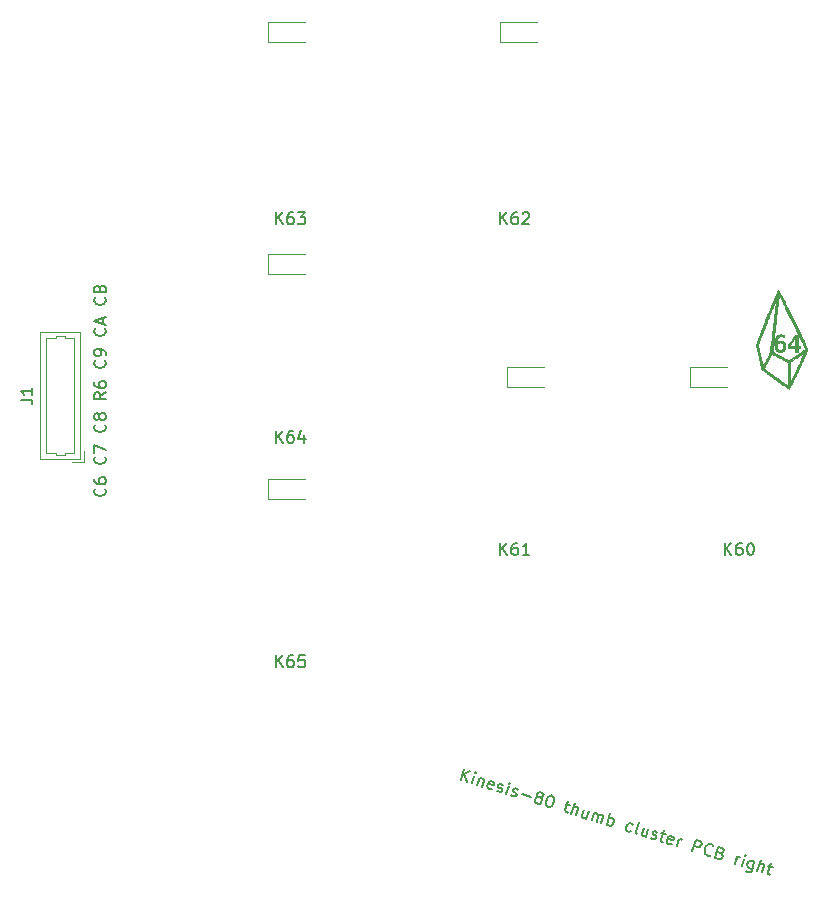
<source format=gbr>
G04 #@! TF.GenerationSoftware,KiCad,Pcbnew,(6.0.2)*
G04 #@! TF.CreationDate,2022-03-15T14:10:59+03:00*
G04 #@! TF.ProjectId,kinesis-thumb-pcb,6b696e65-7369-4732-9d74-68756d622d70,rev?*
G04 #@! TF.SameCoordinates,Original*
G04 #@! TF.FileFunction,Legend,Top*
G04 #@! TF.FilePolarity,Positive*
%FSLAX46Y46*%
G04 Gerber Fmt 4.6, Leading zero omitted, Abs format (unit mm)*
G04 Created by KiCad (PCBNEW (6.0.2)) date 2022-03-15 14:10:59*
%MOMM*%
%LPD*%
G01*
G04 APERTURE LIST*
%ADD10C,0.150000*%
%ADD11C,0.010000*%
%ADD12C,0.120000*%
G04 APERTURE END LIST*
D10*
X201927257Y-102012578D02*
X202219629Y-101056273D01*
X202473717Y-102179648D02*
X202230941Y-101507886D01*
X202766089Y-101223343D02*
X202052559Y-101602733D01*
X202883562Y-102304950D02*
X203078476Y-101667413D01*
X203175933Y-101348645D02*
X203116473Y-101380261D01*
X203148088Y-101439722D01*
X203207549Y-101408106D01*
X203175933Y-101348645D01*
X203148088Y-101439722D01*
X203533859Y-101806638D02*
X203338945Y-102444174D01*
X203506014Y-101897715D02*
X203565475Y-101866099D01*
X203670474Y-101848405D01*
X203807089Y-101890173D01*
X203884243Y-101963556D01*
X203901937Y-102068555D01*
X203748790Y-102569477D01*
X204582402Y-102774543D02*
X204477403Y-102792236D01*
X204295250Y-102736546D01*
X204218095Y-102663163D01*
X204200402Y-102558164D01*
X204311782Y-102193857D01*
X204385165Y-102116703D01*
X204490164Y-102099010D01*
X204672317Y-102154700D01*
X204749472Y-102228083D01*
X204767165Y-102333082D01*
X204739320Y-102424159D01*
X204256092Y-102376011D01*
X204992247Y-102899845D02*
X205069401Y-102973228D01*
X205251554Y-103028918D01*
X205356554Y-103011224D01*
X205429937Y-102934070D01*
X205443859Y-102888532D01*
X205426166Y-102783533D01*
X205349012Y-102710150D01*
X205212397Y-102668382D01*
X205135243Y-102594999D01*
X205117549Y-102490000D01*
X205131472Y-102444462D01*
X205204855Y-102367307D01*
X205309854Y-102349614D01*
X205446469Y-102391381D01*
X205523623Y-102464765D01*
X205798014Y-103195987D02*
X205992929Y-102558451D01*
X206090386Y-102239683D02*
X206030925Y-102271299D01*
X206062541Y-102330759D01*
X206122002Y-102299143D01*
X206090386Y-102239683D01*
X206062541Y-102330759D01*
X206221782Y-103275751D02*
X206298936Y-103349135D01*
X206481089Y-103404824D01*
X206586088Y-103387131D01*
X206659471Y-103309977D01*
X206673394Y-103264438D01*
X206655701Y-103159439D01*
X206578546Y-103086056D01*
X206441931Y-103044289D01*
X206364777Y-102970905D01*
X206347084Y-102865906D01*
X206361006Y-102820368D01*
X206434390Y-102743214D01*
X206539389Y-102725520D01*
X206676004Y-102767288D01*
X206753158Y-102840671D01*
X207138929Y-103207587D02*
X207867542Y-103430347D01*
X208515230Y-103429185D02*
X208438076Y-103355802D01*
X208406460Y-103296341D01*
X208388766Y-103191342D01*
X208402689Y-103145804D01*
X208476072Y-103068650D01*
X208535533Y-103037034D01*
X208640532Y-103019341D01*
X208822685Y-103075030D01*
X208899839Y-103148414D01*
X208931455Y-103207874D01*
X208949149Y-103312874D01*
X208935226Y-103358412D01*
X208861843Y-103435566D01*
X208802382Y-103467182D01*
X208697383Y-103484875D01*
X208515230Y-103429185D01*
X208410231Y-103446879D01*
X208350770Y-103478495D01*
X208277387Y-103555649D01*
X208221697Y-103737802D01*
X208239390Y-103842801D01*
X208271006Y-103902262D01*
X208348160Y-103975645D01*
X208530314Y-104031335D01*
X208635313Y-104013642D01*
X208694773Y-103982026D01*
X208768157Y-103904872D01*
X208823847Y-103722718D01*
X208806153Y-103617719D01*
X208774537Y-103558259D01*
X208697383Y-103484875D01*
X209596837Y-103311712D02*
X209687913Y-103339557D01*
X209765068Y-103412940D01*
X209796683Y-103472401D01*
X209814377Y-103577400D01*
X209804225Y-103773476D01*
X209734613Y-104001168D01*
X209633385Y-104169399D01*
X209560002Y-104246553D01*
X209500541Y-104278169D01*
X209395542Y-104295862D01*
X209304465Y-104268017D01*
X209227311Y-104194634D01*
X209195695Y-104135173D01*
X209178002Y-104030174D01*
X209188153Y-103834098D01*
X209257765Y-103606407D01*
X209358994Y-103438176D01*
X209432377Y-103361022D01*
X209491838Y-103329406D01*
X209596837Y-103311712D01*
X210819991Y-104034232D02*
X211184297Y-104145612D01*
X211054063Y-103757231D02*
X210803459Y-104576921D01*
X210821152Y-104681920D01*
X210898306Y-104755303D01*
X210989383Y-104783148D01*
X211308151Y-104880605D02*
X211600523Y-103924301D01*
X211717996Y-105005908D02*
X211871143Y-104504986D01*
X211853450Y-104399987D01*
X211776296Y-104326604D01*
X211639681Y-104284836D01*
X211534682Y-104302530D01*
X211475221Y-104334145D01*
X212778139Y-104632898D02*
X212583224Y-105270434D01*
X212368294Y-104507596D02*
X212215147Y-105008517D01*
X212232840Y-105113516D01*
X212309994Y-105186900D01*
X212446609Y-105228667D01*
X212551608Y-105210974D01*
X212611069Y-105179358D01*
X213038607Y-105409659D02*
X213233522Y-104772122D01*
X213205677Y-104863199D02*
X213265138Y-104831583D01*
X213370137Y-104813890D01*
X213506752Y-104855657D01*
X213583906Y-104929040D01*
X213601599Y-105034040D01*
X213448452Y-105534961D01*
X213601599Y-105034040D02*
X213674983Y-104956885D01*
X213779982Y-104939192D01*
X213916597Y-104980959D01*
X213993751Y-105054343D01*
X214011444Y-105159342D01*
X213858297Y-105660263D01*
X214313680Y-105799488D02*
X214606052Y-104843183D01*
X214494672Y-105207490D02*
X214599672Y-105189796D01*
X214781825Y-105245486D01*
X214858979Y-105318869D01*
X214890595Y-105378330D01*
X214908288Y-105483329D01*
X214824754Y-105756559D01*
X214751370Y-105833713D01*
X214691909Y-105865329D01*
X214586910Y-105883023D01*
X214404757Y-105827333D01*
X214327603Y-105753950D01*
X216331289Y-106366538D02*
X216226290Y-106384231D01*
X216044137Y-106328541D01*
X215966982Y-106255158D01*
X215935367Y-106195697D01*
X215917673Y-106090698D01*
X216001208Y-105817468D01*
X216074591Y-105740314D01*
X216134052Y-105708698D01*
X216239051Y-105691005D01*
X216421204Y-105746695D01*
X216498359Y-105820078D01*
X216863826Y-106579146D02*
X216786672Y-106505762D01*
X216768979Y-106400763D01*
X217019583Y-105581074D01*
X217832892Y-106178291D02*
X217637978Y-106815828D01*
X217423048Y-106052989D02*
X217269900Y-106553910D01*
X217287594Y-106658910D01*
X217364748Y-106732293D01*
X217501363Y-106774060D01*
X217606362Y-106756367D01*
X217665823Y-106724751D01*
X218061745Y-106895591D02*
X218138899Y-106968975D01*
X218321053Y-107024665D01*
X218426052Y-107006971D01*
X218499435Y-106929817D01*
X218513358Y-106884279D01*
X218495664Y-106779280D01*
X218418510Y-106705896D01*
X218281895Y-106664129D01*
X218204741Y-106590746D01*
X218187047Y-106485747D01*
X218200970Y-106440208D01*
X218274353Y-106363054D01*
X218379352Y-106345361D01*
X218515967Y-106387128D01*
X218593121Y-106460511D01*
X218925812Y-106512430D02*
X219290119Y-106623810D01*
X219159884Y-106235429D02*
X218909280Y-107055119D01*
X218926973Y-107160118D01*
X219004128Y-107233501D01*
X219095204Y-107261346D01*
X219792202Y-107424645D02*
X219687202Y-107442338D01*
X219505049Y-107386649D01*
X219427895Y-107313265D01*
X219410202Y-107208266D01*
X219521581Y-106843960D01*
X219594964Y-106766805D01*
X219699964Y-106749112D01*
X219882117Y-106804802D01*
X219959271Y-106878185D01*
X219976964Y-106983184D01*
X219949120Y-107074261D01*
X219465891Y-107026113D01*
X220233662Y-107609408D02*
X220428577Y-106971871D01*
X220372887Y-107154025D02*
X220446270Y-107076871D01*
X220505731Y-107045255D01*
X220610730Y-107027561D01*
X220701807Y-107055406D01*
X221554274Y-108013159D02*
X221846645Y-107056855D01*
X222210952Y-107168234D01*
X222288106Y-107241618D01*
X222319722Y-107301078D01*
X222337415Y-107406077D01*
X222295648Y-107542692D01*
X222222265Y-107619847D01*
X222162804Y-107651462D01*
X222057805Y-107669156D01*
X221693498Y-107557776D01*
X223084883Y-108381524D02*
X223025422Y-108413140D01*
X222874885Y-108416911D01*
X222783808Y-108389066D01*
X222661116Y-108301760D01*
X222597884Y-108182839D01*
X222580191Y-108077839D01*
X222590342Y-107881764D01*
X222632110Y-107745149D01*
X222733338Y-107576918D01*
X222806721Y-107499764D01*
X222925643Y-107436532D01*
X223076180Y-107432761D01*
X223167257Y-107460606D01*
X223289949Y-107547912D01*
X223321565Y-107607372D01*
X223938798Y-108194438D02*
X224061491Y-108281744D01*
X224093107Y-108341205D01*
X224110800Y-108446204D01*
X224069033Y-108582819D01*
X223995650Y-108659973D01*
X223936189Y-108691589D01*
X223831190Y-108709282D01*
X223466883Y-108597903D01*
X223759255Y-107641598D01*
X224078023Y-107739055D01*
X224155177Y-107812438D01*
X224186793Y-107871899D01*
X224204487Y-107976898D01*
X224176642Y-108067975D01*
X224103258Y-108145129D01*
X224043798Y-108176745D01*
X223938798Y-108194438D01*
X223620030Y-108096981D01*
X225151801Y-109113034D02*
X225346715Y-108475497D01*
X225291026Y-108657651D02*
X225364409Y-108580496D01*
X225423870Y-108548881D01*
X225528869Y-108531187D01*
X225619945Y-108559032D01*
X225743799Y-109294026D02*
X225938714Y-108656489D01*
X226036171Y-108337721D02*
X225976710Y-108369337D01*
X226008326Y-108428798D01*
X226067787Y-108397182D01*
X226036171Y-108337721D01*
X226008326Y-108428798D01*
X226803942Y-108921016D02*
X226567260Y-109695168D01*
X226493877Y-109772322D01*
X226434416Y-109803938D01*
X226329417Y-109821631D01*
X226192802Y-109779864D01*
X226115648Y-109706480D01*
X226622950Y-109513014D02*
X226517951Y-109530708D01*
X226335797Y-109475018D01*
X226258643Y-109401635D01*
X226227027Y-109342174D01*
X226209334Y-109237175D01*
X226292869Y-108963945D01*
X226366252Y-108886791D01*
X226425713Y-108855175D01*
X226530712Y-108837481D01*
X226712865Y-108893171D01*
X226790019Y-108966554D01*
X227064411Y-109697777D02*
X227356782Y-108741472D01*
X227474255Y-109823079D02*
X227627403Y-109322158D01*
X227609709Y-109217159D01*
X227532555Y-109143776D01*
X227395940Y-109102008D01*
X227290941Y-109119702D01*
X227231480Y-109151317D01*
X227987938Y-109283000D02*
X228352245Y-109394380D01*
X228222010Y-109005999D02*
X227971406Y-109825689D01*
X227989099Y-109930688D01*
X228066254Y-110004071D01*
X228157330Y-110031916D01*
X224285714Y-82952380D02*
X224285714Y-81952380D01*
X224857142Y-82952380D02*
X224428571Y-82380952D01*
X224857142Y-81952380D02*
X224285714Y-82523809D01*
X225714285Y-81952380D02*
X225523809Y-81952380D01*
X225428571Y-82000000D01*
X225380952Y-82047619D01*
X225285714Y-82190476D01*
X225238095Y-82380952D01*
X225238095Y-82761904D01*
X225285714Y-82857142D01*
X225333333Y-82904761D01*
X225428571Y-82952380D01*
X225619047Y-82952380D01*
X225714285Y-82904761D01*
X225761904Y-82857142D01*
X225809523Y-82761904D01*
X225809523Y-82523809D01*
X225761904Y-82428571D01*
X225714285Y-82380952D01*
X225619047Y-82333333D01*
X225428571Y-82333333D01*
X225333333Y-82380952D01*
X225285714Y-82428571D01*
X225238095Y-82523809D01*
X226428571Y-81952380D02*
X226523809Y-81952380D01*
X226619047Y-82000000D01*
X226666666Y-82047619D01*
X226714285Y-82142857D01*
X226761904Y-82333333D01*
X226761904Y-82571428D01*
X226714285Y-82761904D01*
X226666666Y-82857142D01*
X226619047Y-82904761D01*
X226523809Y-82952380D01*
X226428571Y-82952380D01*
X226333333Y-82904761D01*
X226285714Y-82857142D01*
X226238095Y-82761904D01*
X226190476Y-82571428D01*
X226190476Y-82333333D01*
X226238095Y-82142857D01*
X226285714Y-82047619D01*
X226333333Y-82000000D01*
X226428571Y-81952380D01*
X186285714Y-54952380D02*
X186285714Y-53952380D01*
X186857142Y-54952380D02*
X186428571Y-54380952D01*
X186857142Y-53952380D02*
X186285714Y-54523809D01*
X187714285Y-53952380D02*
X187523809Y-53952380D01*
X187428571Y-54000000D01*
X187380952Y-54047619D01*
X187285714Y-54190476D01*
X187238095Y-54380952D01*
X187238095Y-54761904D01*
X187285714Y-54857142D01*
X187333333Y-54904761D01*
X187428571Y-54952380D01*
X187619047Y-54952380D01*
X187714285Y-54904761D01*
X187761904Y-54857142D01*
X187809523Y-54761904D01*
X187809523Y-54523809D01*
X187761904Y-54428571D01*
X187714285Y-54380952D01*
X187619047Y-54333333D01*
X187428571Y-54333333D01*
X187333333Y-54380952D01*
X187285714Y-54428571D01*
X187238095Y-54523809D01*
X188142857Y-53952380D02*
X188761904Y-53952380D01*
X188428571Y-54333333D01*
X188571428Y-54333333D01*
X188666666Y-54380952D01*
X188714285Y-54428571D01*
X188761904Y-54523809D01*
X188761904Y-54761904D01*
X188714285Y-54857142D01*
X188666666Y-54904761D01*
X188571428Y-54952380D01*
X188285714Y-54952380D01*
X188190476Y-54904761D01*
X188142857Y-54857142D01*
X205285714Y-54952380D02*
X205285714Y-53952380D01*
X205857142Y-54952380D02*
X205428571Y-54380952D01*
X205857142Y-53952380D02*
X205285714Y-54523809D01*
X206714285Y-53952380D02*
X206523809Y-53952380D01*
X206428571Y-54000000D01*
X206380952Y-54047619D01*
X206285714Y-54190476D01*
X206238095Y-54380952D01*
X206238095Y-54761904D01*
X206285714Y-54857142D01*
X206333333Y-54904761D01*
X206428571Y-54952380D01*
X206619047Y-54952380D01*
X206714285Y-54904761D01*
X206761904Y-54857142D01*
X206809523Y-54761904D01*
X206809523Y-54523809D01*
X206761904Y-54428571D01*
X206714285Y-54380952D01*
X206619047Y-54333333D01*
X206428571Y-54333333D01*
X206333333Y-54380952D01*
X206285714Y-54428571D01*
X206238095Y-54523809D01*
X207190476Y-54047619D02*
X207238095Y-54000000D01*
X207333333Y-53952380D01*
X207571428Y-53952380D01*
X207666666Y-54000000D01*
X207714285Y-54047619D01*
X207761904Y-54142857D01*
X207761904Y-54238095D01*
X207714285Y-54380952D01*
X207142857Y-54952380D01*
X207761904Y-54952380D01*
X205285714Y-82952380D02*
X205285714Y-81952380D01*
X205857142Y-82952380D02*
X205428571Y-82380952D01*
X205857142Y-81952380D02*
X205285714Y-82523809D01*
X206714285Y-81952380D02*
X206523809Y-81952380D01*
X206428571Y-82000000D01*
X206380952Y-82047619D01*
X206285714Y-82190476D01*
X206238095Y-82380952D01*
X206238095Y-82761904D01*
X206285714Y-82857142D01*
X206333333Y-82904761D01*
X206428571Y-82952380D01*
X206619047Y-82952380D01*
X206714285Y-82904761D01*
X206761904Y-82857142D01*
X206809523Y-82761904D01*
X206809523Y-82523809D01*
X206761904Y-82428571D01*
X206714285Y-82380952D01*
X206619047Y-82333333D01*
X206428571Y-82333333D01*
X206333333Y-82380952D01*
X206285714Y-82428571D01*
X206238095Y-82523809D01*
X207761904Y-82952380D02*
X207190476Y-82952380D01*
X207476190Y-82952380D02*
X207476190Y-81952380D01*
X207380952Y-82095238D01*
X207285714Y-82190476D01*
X207190476Y-82238095D01*
X186285714Y-92452380D02*
X186285714Y-91452380D01*
X186857142Y-92452380D02*
X186428571Y-91880952D01*
X186857142Y-91452380D02*
X186285714Y-92023809D01*
X187714285Y-91452380D02*
X187523809Y-91452380D01*
X187428571Y-91500000D01*
X187380952Y-91547619D01*
X187285714Y-91690476D01*
X187238095Y-91880952D01*
X187238095Y-92261904D01*
X187285714Y-92357142D01*
X187333333Y-92404761D01*
X187428571Y-92452380D01*
X187619047Y-92452380D01*
X187714285Y-92404761D01*
X187761904Y-92357142D01*
X187809523Y-92261904D01*
X187809523Y-92023809D01*
X187761904Y-91928571D01*
X187714285Y-91880952D01*
X187619047Y-91833333D01*
X187428571Y-91833333D01*
X187333333Y-91880952D01*
X187285714Y-91928571D01*
X187238095Y-92023809D01*
X188714285Y-91452380D02*
X188238095Y-91452380D01*
X188190476Y-91928571D01*
X188238095Y-91880952D01*
X188333333Y-91833333D01*
X188571428Y-91833333D01*
X188666666Y-91880952D01*
X188714285Y-91928571D01*
X188761904Y-92023809D01*
X188761904Y-92261904D01*
X188714285Y-92357142D01*
X188666666Y-92404761D01*
X188571428Y-92452380D01*
X188333333Y-92452380D01*
X188238095Y-92404761D01*
X188190476Y-92357142D01*
X186285714Y-73452380D02*
X186285714Y-72452380D01*
X186857142Y-73452380D02*
X186428571Y-72880952D01*
X186857142Y-72452380D02*
X186285714Y-73023809D01*
X187714285Y-72452380D02*
X187523809Y-72452380D01*
X187428571Y-72500000D01*
X187380952Y-72547619D01*
X187285714Y-72690476D01*
X187238095Y-72880952D01*
X187238095Y-73261904D01*
X187285714Y-73357142D01*
X187333333Y-73404761D01*
X187428571Y-73452380D01*
X187619047Y-73452380D01*
X187714285Y-73404761D01*
X187761904Y-73357142D01*
X187809523Y-73261904D01*
X187809523Y-73023809D01*
X187761904Y-72928571D01*
X187714285Y-72880952D01*
X187619047Y-72833333D01*
X187428571Y-72833333D01*
X187333333Y-72880952D01*
X187285714Y-72928571D01*
X187238095Y-73023809D01*
X188666666Y-72785714D02*
X188666666Y-73452380D01*
X188428571Y-72404761D02*
X188190476Y-73119047D01*
X188809523Y-73119047D01*
X171806998Y-77341906D02*
X171854617Y-77389525D01*
X171902236Y-77532382D01*
X171902236Y-77627620D01*
X171854617Y-77770477D01*
X171759379Y-77865715D01*
X171664141Y-77913334D01*
X171473665Y-77960953D01*
X171330808Y-77960953D01*
X171140332Y-77913334D01*
X171045094Y-77865715D01*
X170949856Y-77770477D01*
X170902236Y-77627620D01*
X170902236Y-77532382D01*
X170949856Y-77389525D01*
X170997475Y-77341906D01*
X170902236Y-76484763D02*
X170902236Y-76675239D01*
X170949856Y-76770477D01*
X170997475Y-76818096D01*
X171140332Y-76913334D01*
X171330808Y-76960953D01*
X171711760Y-76960953D01*
X171806998Y-76913334D01*
X171854617Y-76865715D01*
X171902236Y-76770477D01*
X171902236Y-76580001D01*
X171854617Y-76484763D01*
X171806998Y-76437144D01*
X171711760Y-76389525D01*
X171473665Y-76389525D01*
X171378427Y-76437144D01*
X171330808Y-76484763D01*
X171283189Y-76580001D01*
X171283189Y-76770477D01*
X171330808Y-76865715D01*
X171378427Y-76913334D01*
X171473665Y-76960953D01*
X171806998Y-74627620D02*
X171854617Y-74675239D01*
X171902236Y-74818096D01*
X171902236Y-74913334D01*
X171854617Y-75056192D01*
X171759379Y-75151430D01*
X171664141Y-75199049D01*
X171473665Y-75246668D01*
X171330808Y-75246668D01*
X171140332Y-75199049D01*
X171045094Y-75151430D01*
X170949856Y-75056192D01*
X170902236Y-74913334D01*
X170902236Y-74818096D01*
X170949856Y-74675239D01*
X170997475Y-74627620D01*
X170902236Y-74294287D02*
X170902236Y-73627620D01*
X171902236Y-74056192D01*
X171806998Y-71913334D02*
X171854617Y-71960953D01*
X171902236Y-72103811D01*
X171902236Y-72199049D01*
X171854617Y-72341906D01*
X171759379Y-72437144D01*
X171664141Y-72484763D01*
X171473665Y-72532382D01*
X171330808Y-72532382D01*
X171140332Y-72484763D01*
X171045094Y-72437144D01*
X170949856Y-72341906D01*
X170902236Y-72199049D01*
X170902236Y-72103811D01*
X170949856Y-71960953D01*
X170997475Y-71913334D01*
X171330808Y-71341906D02*
X171283189Y-71437144D01*
X171235570Y-71484763D01*
X171140332Y-71532382D01*
X171092713Y-71532382D01*
X170997475Y-71484763D01*
X170949856Y-71437144D01*
X170902236Y-71341906D01*
X170902236Y-71151430D01*
X170949856Y-71056192D01*
X170997475Y-71008572D01*
X171092713Y-70960953D01*
X171140332Y-70960953D01*
X171235570Y-71008572D01*
X171283189Y-71056192D01*
X171330808Y-71151430D01*
X171330808Y-71341906D01*
X171378427Y-71437144D01*
X171426046Y-71484763D01*
X171521284Y-71532382D01*
X171711760Y-71532382D01*
X171806998Y-71484763D01*
X171854617Y-71437144D01*
X171902236Y-71341906D01*
X171902236Y-71151430D01*
X171854617Y-71056192D01*
X171806998Y-71008572D01*
X171711760Y-70960953D01*
X171521284Y-70960953D01*
X171426046Y-71008572D01*
X171378427Y-71056192D01*
X171330808Y-71151430D01*
X171902236Y-69199049D02*
X171426046Y-69532382D01*
X171902236Y-69770477D02*
X170902236Y-69770477D01*
X170902236Y-69389525D01*
X170949856Y-69294287D01*
X170997475Y-69246668D01*
X171092713Y-69199049D01*
X171235570Y-69199049D01*
X171330808Y-69246668D01*
X171378427Y-69294287D01*
X171426046Y-69389525D01*
X171426046Y-69770477D01*
X170902236Y-68341906D02*
X170902236Y-68532382D01*
X170949856Y-68627620D01*
X170997475Y-68675239D01*
X171140332Y-68770477D01*
X171330808Y-68818096D01*
X171711760Y-68818096D01*
X171806998Y-68770477D01*
X171854617Y-68722858D01*
X171902236Y-68627620D01*
X171902236Y-68437144D01*
X171854617Y-68341906D01*
X171806998Y-68294287D01*
X171711760Y-68246668D01*
X171473665Y-68246668D01*
X171378427Y-68294287D01*
X171330808Y-68341906D01*
X171283189Y-68437144D01*
X171283189Y-68627620D01*
X171330808Y-68722858D01*
X171378427Y-68770477D01*
X171473665Y-68818096D01*
X171806998Y-66484763D02*
X171854617Y-66532382D01*
X171902236Y-66675239D01*
X171902236Y-66770477D01*
X171854617Y-66913334D01*
X171759379Y-67008572D01*
X171664141Y-67056192D01*
X171473665Y-67103811D01*
X171330808Y-67103811D01*
X171140332Y-67056192D01*
X171045094Y-67008572D01*
X170949856Y-66913334D01*
X170902236Y-66770477D01*
X170902236Y-66675239D01*
X170949856Y-66532382D01*
X170997475Y-66484763D01*
X171902236Y-66008572D02*
X171902236Y-65818096D01*
X171854617Y-65722858D01*
X171806998Y-65675239D01*
X171664141Y-65580001D01*
X171473665Y-65532382D01*
X171092713Y-65532382D01*
X170997475Y-65580001D01*
X170949856Y-65627620D01*
X170902236Y-65722858D01*
X170902236Y-65913334D01*
X170949856Y-66008572D01*
X170997475Y-66056192D01*
X171092713Y-66103811D01*
X171330808Y-66103811D01*
X171426046Y-66056192D01*
X171473665Y-66008572D01*
X171521284Y-65913334D01*
X171521284Y-65722858D01*
X171473665Y-65627620D01*
X171426046Y-65580001D01*
X171330808Y-65532382D01*
X171806998Y-63770477D02*
X171854617Y-63818096D01*
X171902236Y-63960953D01*
X171902236Y-64056192D01*
X171854617Y-64199049D01*
X171759379Y-64294287D01*
X171664141Y-64341906D01*
X171473665Y-64389525D01*
X171330808Y-64389525D01*
X171140332Y-64341906D01*
X171045094Y-64294287D01*
X170949856Y-64199049D01*
X170902236Y-64056192D01*
X170902236Y-63960953D01*
X170949856Y-63818096D01*
X170997475Y-63770477D01*
X171616522Y-63389525D02*
X171616522Y-62913334D01*
X171902236Y-63484763D02*
X170902236Y-63151430D01*
X171902236Y-62818096D01*
X171806998Y-61151430D02*
X171854617Y-61199049D01*
X171902236Y-61341906D01*
X171902236Y-61437144D01*
X171854617Y-61580001D01*
X171759379Y-61675239D01*
X171664141Y-61722858D01*
X171473665Y-61770477D01*
X171330808Y-61770477D01*
X171140332Y-61722858D01*
X171045094Y-61675239D01*
X170949856Y-61580001D01*
X170902236Y-61437144D01*
X170902236Y-61341906D01*
X170949856Y-61199049D01*
X170997475Y-61151430D01*
X171378427Y-60389525D02*
X171426046Y-60246668D01*
X171473665Y-60199049D01*
X171568903Y-60151430D01*
X171711760Y-60151430D01*
X171806998Y-60199049D01*
X171854617Y-60246668D01*
X171902236Y-60341906D01*
X171902236Y-60722858D01*
X170902236Y-60722858D01*
X170902236Y-60389525D01*
X170949856Y-60294287D01*
X170997475Y-60246668D01*
X171092713Y-60199049D01*
X171187951Y-60199049D01*
X171283189Y-60246668D01*
X171330808Y-60294287D01*
X171378427Y-60389525D01*
X171378427Y-60722858D01*
X164675380Y-69806333D02*
X165389666Y-69806333D01*
X165532523Y-69853952D01*
X165627761Y-69949190D01*
X165675380Y-70092047D01*
X165675380Y-70187285D01*
X165675380Y-68806333D02*
X165675380Y-69377761D01*
X165675380Y-69092047D02*
X164675380Y-69092047D01*
X164818238Y-69187285D01*
X164913476Y-69282523D01*
X164961095Y-69377761D01*
D11*
X229154563Y-64294962D02*
X229234424Y-64310926D01*
X229234424Y-64310926D02*
X229305316Y-64333740D01*
X229305316Y-64333740D02*
X229328600Y-64343072D01*
X229328600Y-64343072D02*
X229328600Y-64520230D01*
X229328600Y-64520230D02*
X229275683Y-64496490D01*
X229275683Y-64496490D02*
X229212018Y-64471788D01*
X229212018Y-64471788D02*
X229150669Y-64457035D01*
X229150669Y-64457035D02*
X229084336Y-64450740D01*
X229084336Y-64450740D02*
X229049200Y-64450281D01*
X229049200Y-64450281D02*
X228983048Y-64454444D01*
X228983048Y-64454444D02*
X228928030Y-64466933D01*
X228928030Y-64466933D02*
X228879745Y-64489336D01*
X228879745Y-64489336D02*
X228833795Y-64523238D01*
X228833795Y-64523238D02*
X228824939Y-64531134D01*
X228824939Y-64531134D02*
X228782789Y-64579081D01*
X228782789Y-64579081D02*
X228746249Y-64639318D01*
X228746249Y-64639318D02*
X228717711Y-64707511D01*
X228717711Y-64707511D02*
X228706582Y-64745658D01*
X228706582Y-64745658D02*
X228699349Y-64780486D01*
X228699349Y-64780486D02*
X228692040Y-64825072D01*
X228692040Y-64825072D02*
X228685413Y-64873584D01*
X228685413Y-64873584D02*
X228680228Y-64920191D01*
X228680228Y-64920191D02*
X228677244Y-64959059D01*
X228677244Y-64959059D02*
X228676815Y-64974258D01*
X228676815Y-64974258D02*
X228677367Y-64987336D01*
X228677367Y-64987336D02*
X228680291Y-64989849D01*
X228680291Y-64989849D02*
X228687507Y-64980406D01*
X228687507Y-64980406D02*
X228700938Y-64957617D01*
X228700938Y-64957617D02*
X228701744Y-64956212D01*
X228701744Y-64956212D02*
X228741594Y-64903128D01*
X228741594Y-64903128D02*
X228795309Y-64857431D01*
X228795309Y-64857431D02*
X228845636Y-64828061D01*
X228845636Y-64828061D02*
X228871367Y-64816784D01*
X228871367Y-64816784D02*
X228896519Y-64809475D01*
X228896519Y-64809475D02*
X228926522Y-64805062D01*
X228926522Y-64805062D02*
X228966807Y-64802478D01*
X228966807Y-64802478D02*
X228977772Y-64802042D01*
X228977772Y-64802042D02*
X229059914Y-64803220D01*
X229059914Y-64803220D02*
X229130403Y-64813983D01*
X229130403Y-64813983D02*
X229192161Y-64835301D01*
X229192161Y-64835301D02*
X229248112Y-64868141D01*
X229248112Y-64868141D02*
X229294457Y-64906951D01*
X229294457Y-64906951D02*
X229345734Y-64967480D01*
X229345734Y-64967480D02*
X229384912Y-65039389D01*
X229384912Y-65039389D02*
X229411773Y-65121991D01*
X229411773Y-65121991D02*
X229426101Y-65214601D01*
X229426101Y-65214601D02*
X229427677Y-65316534D01*
X229427677Y-65316534D02*
X229427215Y-65325625D01*
X229427215Y-65325625D02*
X229421154Y-65394998D01*
X229421154Y-65394998D02*
X229410632Y-65453406D01*
X229410632Y-65453406D02*
X229394293Y-65506528D01*
X229394293Y-65506528D02*
X229371647Y-65558290D01*
X229371647Y-65558290D02*
X229331371Y-65621562D01*
X229331371Y-65621562D02*
X229278713Y-65674887D01*
X229278713Y-65674887D02*
X229215492Y-65717538D01*
X229215492Y-65717538D02*
X229143530Y-65748789D01*
X229143530Y-65748789D02*
X229064647Y-65767912D01*
X229064647Y-65767912D02*
X228980663Y-65774180D01*
X228980663Y-65774180D02*
X228893398Y-65766868D01*
X228893398Y-65766868D02*
X228863431Y-65761187D01*
X228863431Y-65761187D02*
X228786804Y-65737272D01*
X228786804Y-65737272D02*
X228719809Y-65700650D01*
X228719809Y-65700650D02*
X228662187Y-65650966D01*
X228662187Y-65650966D02*
X228613680Y-65587868D01*
X228613680Y-65587868D02*
X228574027Y-65511001D01*
X228574027Y-65511001D02*
X228542972Y-65420012D01*
X228542972Y-65420012D02*
X228520254Y-65314548D01*
X228520254Y-65314548D02*
X228519862Y-65311997D01*
X228519862Y-65311997D02*
X228712692Y-65311997D01*
X228712692Y-65311997D02*
X228714105Y-65331550D01*
X228714105Y-65331550D02*
X228727528Y-65409641D01*
X228727528Y-65409641D02*
X228752027Y-65476829D01*
X228752027Y-65476829D02*
X228786580Y-65532308D01*
X228786580Y-65532308D02*
X228830167Y-65575272D01*
X228830167Y-65575272D02*
X228881770Y-65604916D01*
X228881770Y-65604916D02*
X228940367Y-65620433D01*
X228940367Y-65620433D02*
X229004939Y-65621019D01*
X229004939Y-65621019D02*
X229065101Y-65608780D01*
X229065101Y-65608780D02*
X229103261Y-65592448D01*
X229103261Y-65592448D02*
X229138626Y-65569061D01*
X229138626Y-65569061D02*
X229143495Y-65564868D01*
X229143495Y-65564868D02*
X229179475Y-65524578D01*
X229179475Y-65524578D02*
X229206011Y-65476380D01*
X229206011Y-65476380D02*
X229223611Y-65418507D01*
X229223611Y-65418507D02*
X229232783Y-65349191D01*
X229232783Y-65349191D02*
X229234035Y-65266667D01*
X229234035Y-65266667D02*
X229233521Y-65251791D01*
X229233521Y-65251791D02*
X229226676Y-65174032D01*
X229226676Y-65174032D02*
X229212518Y-65110240D01*
X229212518Y-65110240D02*
X229190218Y-65058737D01*
X229190218Y-65058737D02*
X229158947Y-65017849D01*
X229158947Y-65017849D02*
X229117877Y-64985899D01*
X229117877Y-64985899D02*
X229096258Y-64974128D01*
X229096258Y-64974128D02*
X229045063Y-64957067D01*
X229045063Y-64957067D02*
X228986820Y-64950552D01*
X228986820Y-64950552D02*
X228927814Y-64954689D01*
X228927814Y-64954689D02*
X228874329Y-64969584D01*
X228874329Y-64969584D02*
X228872477Y-64970369D01*
X228872477Y-64970369D02*
X228823780Y-65000261D01*
X228823780Y-65000261D02*
X228782731Y-65043661D01*
X228782731Y-65043661D02*
X228750213Y-65098552D01*
X228750213Y-65098552D02*
X228727111Y-65162916D01*
X228727111Y-65162916D02*
X228714309Y-65234737D01*
X228714309Y-65234737D02*
X228712692Y-65311997D01*
X228712692Y-65311997D02*
X228519862Y-65311997D01*
X228519862Y-65311997D02*
X228515908Y-65286301D01*
X228515908Y-65286301D02*
X228511983Y-65252322D01*
X228511983Y-65252322D02*
X228508050Y-65206974D01*
X228508050Y-65206974D02*
X228504531Y-65155821D01*
X228504531Y-65155821D02*
X228501847Y-65104421D01*
X228501847Y-65104421D02*
X228501543Y-65097025D01*
X228501543Y-65097025D02*
X228501357Y-64958703D01*
X228501357Y-64958703D02*
X228512152Y-64832128D01*
X228512152Y-64832128D02*
X228533853Y-64717575D01*
X228533853Y-64717575D02*
X228566385Y-64615324D01*
X228566385Y-64615324D02*
X228609673Y-64525651D01*
X228609673Y-64525651D02*
X228663643Y-64448835D01*
X228663643Y-64448835D02*
X228682234Y-64427990D01*
X228682234Y-64427990D02*
X228744708Y-64372482D01*
X228744708Y-64372482D02*
X228814820Y-64331036D01*
X228814820Y-64331036D02*
X228894700Y-64302482D01*
X228894700Y-64302482D02*
X228922199Y-64295975D01*
X228922199Y-64295975D02*
X228992936Y-64286943D01*
X228992936Y-64286943D02*
X229072229Y-64286787D01*
X229072229Y-64286787D02*
X229154563Y-64294962D01*
X229154563Y-64294962D02*
X229154563Y-64294962D01*
G36*
X228511983Y-65252322D02*
G01*
X228508050Y-65206974D01*
X228504531Y-65155821D01*
X228501847Y-65104421D01*
X228501543Y-65097025D01*
X228501357Y-64958703D01*
X228512152Y-64832128D01*
X228533853Y-64717575D01*
X228566385Y-64615324D01*
X228609673Y-64525651D01*
X228663643Y-64448835D01*
X228682234Y-64427990D01*
X228744708Y-64372482D01*
X228814820Y-64331036D01*
X228894700Y-64302482D01*
X228922199Y-64295975D01*
X228992936Y-64286943D01*
X229072229Y-64286787D01*
X229154563Y-64294962D01*
X229234424Y-64310926D01*
X229305316Y-64333740D01*
X229328600Y-64343072D01*
X229328600Y-64520230D01*
X229275683Y-64496490D01*
X229212018Y-64471788D01*
X229150669Y-64457035D01*
X229084336Y-64450740D01*
X229049200Y-64450281D01*
X228983048Y-64454444D01*
X228928030Y-64466933D01*
X228879745Y-64489336D01*
X228833795Y-64523238D01*
X228824939Y-64531134D01*
X228782789Y-64579081D01*
X228746249Y-64639318D01*
X228717711Y-64707511D01*
X228706582Y-64745658D01*
X228699349Y-64780486D01*
X228692040Y-64825072D01*
X228685413Y-64873584D01*
X228680228Y-64920191D01*
X228677244Y-64959059D01*
X228676815Y-64974258D01*
X228677367Y-64987336D01*
X228680291Y-64989849D01*
X228687507Y-64980406D01*
X228700938Y-64957617D01*
X228701744Y-64956212D01*
X228741594Y-64903128D01*
X228795309Y-64857431D01*
X228845636Y-64828061D01*
X228871367Y-64816784D01*
X228896519Y-64809475D01*
X228926522Y-64805062D01*
X228966807Y-64802478D01*
X228977772Y-64802042D01*
X229059914Y-64803220D01*
X229130403Y-64813983D01*
X229192161Y-64835301D01*
X229248112Y-64868141D01*
X229294457Y-64906951D01*
X229345734Y-64967480D01*
X229384912Y-65039389D01*
X229411773Y-65121991D01*
X229426101Y-65214601D01*
X229427677Y-65316534D01*
X229427215Y-65325625D01*
X229421154Y-65394998D01*
X229410632Y-65453406D01*
X229394293Y-65506528D01*
X229371647Y-65558290D01*
X229331371Y-65621562D01*
X229278713Y-65674887D01*
X229215492Y-65717538D01*
X229143530Y-65748789D01*
X229064647Y-65767912D01*
X228980663Y-65774180D01*
X228893398Y-65766868D01*
X228863431Y-65761187D01*
X228786804Y-65737272D01*
X228719809Y-65700650D01*
X228662187Y-65650966D01*
X228613680Y-65587868D01*
X228574027Y-65511001D01*
X228542972Y-65420012D01*
X228520254Y-65314548D01*
X228519862Y-65311997D01*
X228712692Y-65311997D01*
X228714105Y-65331550D01*
X228727528Y-65409641D01*
X228752027Y-65476829D01*
X228786580Y-65532308D01*
X228830167Y-65575272D01*
X228881770Y-65604916D01*
X228940367Y-65620433D01*
X229004939Y-65621019D01*
X229065101Y-65608780D01*
X229103261Y-65592448D01*
X229138626Y-65569061D01*
X229143495Y-65564868D01*
X229179475Y-65524578D01*
X229206011Y-65476380D01*
X229223611Y-65418507D01*
X229232783Y-65349191D01*
X229234035Y-65266667D01*
X229233521Y-65251791D01*
X229226676Y-65174032D01*
X229212518Y-65110240D01*
X229190218Y-65058737D01*
X229158947Y-65017849D01*
X229117877Y-64985899D01*
X229096258Y-64974128D01*
X229045063Y-64957067D01*
X228986820Y-64950552D01*
X228927814Y-64954689D01*
X228874329Y-64969584D01*
X228872477Y-64970369D01*
X228823780Y-65000261D01*
X228782731Y-65043661D01*
X228750213Y-65098552D01*
X228727111Y-65162916D01*
X228714309Y-65234737D01*
X228712692Y-65311997D01*
X228519862Y-65311997D01*
X228515908Y-65286301D01*
X228511983Y-65252322D01*
G37*
X228511983Y-65252322D02*
X228508050Y-65206974D01*
X228504531Y-65155821D01*
X228501847Y-65104421D01*
X228501543Y-65097025D01*
X228501357Y-64958703D01*
X228512152Y-64832128D01*
X228533853Y-64717575D01*
X228566385Y-64615324D01*
X228609673Y-64525651D01*
X228663643Y-64448835D01*
X228682234Y-64427990D01*
X228744708Y-64372482D01*
X228814820Y-64331036D01*
X228894700Y-64302482D01*
X228922199Y-64295975D01*
X228992936Y-64286943D01*
X229072229Y-64286787D01*
X229154563Y-64294962D01*
X229234424Y-64310926D01*
X229305316Y-64333740D01*
X229328600Y-64343072D01*
X229328600Y-64520230D01*
X229275683Y-64496490D01*
X229212018Y-64471788D01*
X229150669Y-64457035D01*
X229084336Y-64450740D01*
X229049200Y-64450281D01*
X228983048Y-64454444D01*
X228928030Y-64466933D01*
X228879745Y-64489336D01*
X228833795Y-64523238D01*
X228824939Y-64531134D01*
X228782789Y-64579081D01*
X228746249Y-64639318D01*
X228717711Y-64707511D01*
X228706582Y-64745658D01*
X228699349Y-64780486D01*
X228692040Y-64825072D01*
X228685413Y-64873584D01*
X228680228Y-64920191D01*
X228677244Y-64959059D01*
X228676815Y-64974258D01*
X228677367Y-64987336D01*
X228680291Y-64989849D01*
X228687507Y-64980406D01*
X228700938Y-64957617D01*
X228701744Y-64956212D01*
X228741594Y-64903128D01*
X228795309Y-64857431D01*
X228845636Y-64828061D01*
X228871367Y-64816784D01*
X228896519Y-64809475D01*
X228926522Y-64805062D01*
X228966807Y-64802478D01*
X228977772Y-64802042D01*
X229059914Y-64803220D01*
X229130403Y-64813983D01*
X229192161Y-64835301D01*
X229248112Y-64868141D01*
X229294457Y-64906951D01*
X229345734Y-64967480D01*
X229384912Y-65039389D01*
X229411773Y-65121991D01*
X229426101Y-65214601D01*
X229427677Y-65316534D01*
X229427215Y-65325625D01*
X229421154Y-65394998D01*
X229410632Y-65453406D01*
X229394293Y-65506528D01*
X229371647Y-65558290D01*
X229331371Y-65621562D01*
X229278713Y-65674887D01*
X229215492Y-65717538D01*
X229143530Y-65748789D01*
X229064647Y-65767912D01*
X228980663Y-65774180D01*
X228893398Y-65766868D01*
X228863431Y-65761187D01*
X228786804Y-65737272D01*
X228719809Y-65700650D01*
X228662187Y-65650966D01*
X228613680Y-65587868D01*
X228574027Y-65511001D01*
X228542972Y-65420012D01*
X228520254Y-65314548D01*
X228519862Y-65311997D01*
X228712692Y-65311997D01*
X228714105Y-65331550D01*
X228727528Y-65409641D01*
X228752027Y-65476829D01*
X228786580Y-65532308D01*
X228830167Y-65575272D01*
X228881770Y-65604916D01*
X228940367Y-65620433D01*
X229004939Y-65621019D01*
X229065101Y-65608780D01*
X229103261Y-65592448D01*
X229138626Y-65569061D01*
X229143495Y-65564868D01*
X229179475Y-65524578D01*
X229206011Y-65476380D01*
X229223611Y-65418507D01*
X229232783Y-65349191D01*
X229234035Y-65266667D01*
X229233521Y-65251791D01*
X229226676Y-65174032D01*
X229212518Y-65110240D01*
X229190218Y-65058737D01*
X229158947Y-65017849D01*
X229117877Y-64985899D01*
X229096258Y-64974128D01*
X229045063Y-64957067D01*
X228986820Y-64950552D01*
X228927814Y-64954689D01*
X228874329Y-64969584D01*
X228872477Y-64970369D01*
X228823780Y-65000261D01*
X228782731Y-65043661D01*
X228750213Y-65098552D01*
X228727111Y-65162916D01*
X228714309Y-65234737D01*
X228712692Y-65311997D01*
X228519862Y-65311997D01*
X228515908Y-65286301D01*
X228511983Y-65252322D01*
X228822490Y-60520171D02*
X228836876Y-60541889D01*
X228836876Y-60541889D02*
X228857942Y-60577490D01*
X228857942Y-60577490D02*
X228885351Y-60626288D01*
X228885351Y-60626288D02*
X228918763Y-60687601D01*
X228918763Y-60687601D02*
X228957839Y-60760743D01*
X228957839Y-60760743D02*
X229002241Y-60845030D01*
X229002241Y-60845030D02*
X229051631Y-60939779D01*
X229051631Y-60939779D02*
X229105668Y-61044304D01*
X229105668Y-61044304D02*
X229164015Y-61157922D01*
X229164015Y-61157922D02*
X229226333Y-61279948D01*
X229226333Y-61279948D02*
X229292282Y-61409698D01*
X229292282Y-61409698D02*
X229361525Y-61546488D01*
X229361525Y-61546488D02*
X229433723Y-61689633D01*
X229433723Y-61689633D02*
X229508536Y-61838450D01*
X229508536Y-61838450D02*
X229585626Y-61992253D01*
X229585626Y-61992253D02*
X229664655Y-62150359D01*
X229664655Y-62150359D02*
X229745283Y-62312083D01*
X229745283Y-62312083D02*
X229827172Y-62476741D01*
X229827172Y-62476741D02*
X229909983Y-62643648D01*
X229909983Y-62643648D02*
X229993377Y-62812122D01*
X229993377Y-62812122D02*
X230077016Y-62981476D01*
X230077016Y-62981476D02*
X230160560Y-63151027D01*
X230160560Y-63151027D02*
X230243672Y-63320091D01*
X230243672Y-63320091D02*
X230326011Y-63487983D01*
X230326011Y-63487983D02*
X230407241Y-63654020D01*
X230407241Y-63654020D02*
X230487021Y-63817516D01*
X230487021Y-63817516D02*
X230565013Y-63977787D01*
X230565013Y-63977787D02*
X230640879Y-64134150D01*
X230640879Y-64134150D02*
X230714279Y-64285920D01*
X230714279Y-64285920D02*
X230784875Y-64432412D01*
X230784875Y-64432412D02*
X230852328Y-64572943D01*
X230852328Y-64572943D02*
X230916299Y-64706827D01*
X230916299Y-64706827D02*
X230976449Y-64833382D01*
X230976449Y-64833382D02*
X231032441Y-64951922D01*
X231032441Y-64951922D02*
X231083935Y-65061764D01*
X231083935Y-65061764D02*
X231130592Y-65162222D01*
X231130592Y-65162222D02*
X231172073Y-65252613D01*
X231172073Y-65252613D02*
X231208040Y-65332253D01*
X231208040Y-65332253D02*
X231238155Y-65400456D01*
X231238155Y-65400456D02*
X231260445Y-65452625D01*
X231260445Y-65452625D02*
X231275580Y-65489649D01*
X231275580Y-65489649D02*
X231284716Y-65515297D01*
X231284716Y-65515297D02*
X231288702Y-65533680D01*
X231288702Y-65533680D02*
X231288391Y-65548909D01*
X231288391Y-65548909D02*
X231284631Y-65565094D01*
X231284631Y-65565094D02*
X231284098Y-65566925D01*
X231284098Y-65566925D02*
X231275732Y-65591017D01*
X231275732Y-65591017D02*
X231260674Y-65629479D01*
X231260674Y-65629479D02*
X231239366Y-65681324D01*
X231239366Y-65681324D02*
X231212252Y-65745567D01*
X231212252Y-65745567D02*
X231179775Y-65821221D01*
X231179775Y-65821221D02*
X231142376Y-65907298D01*
X231142376Y-65907298D02*
X231100500Y-66002814D01*
X231100500Y-66002814D02*
X231054589Y-66106780D01*
X231054589Y-66106780D02*
X231005085Y-66218210D01*
X231005085Y-66218210D02*
X230952432Y-66336119D01*
X230952432Y-66336119D02*
X230897072Y-66459519D01*
X230897072Y-66459519D02*
X230839449Y-66587424D01*
X230839449Y-66587424D02*
X230780004Y-66718847D01*
X230780004Y-66718847D02*
X230719182Y-66852802D01*
X230719182Y-66852802D02*
X230657424Y-66988302D01*
X230657424Y-66988302D02*
X230595174Y-67124361D01*
X230595174Y-67124361D02*
X230532875Y-67259992D01*
X230532875Y-67259992D02*
X230470968Y-67394209D01*
X230470968Y-67394209D02*
X230409898Y-67526025D01*
X230409898Y-67526025D02*
X230350107Y-67654453D01*
X230350107Y-67654453D02*
X230292037Y-67778507D01*
X230292037Y-67778507D02*
X230276962Y-67810591D01*
X230276962Y-67810591D02*
X230234784Y-67899676D01*
X230234784Y-67899676D02*
X230190220Y-67992702D01*
X230190220Y-67992702D02*
X230144215Y-68087766D01*
X230144215Y-68087766D02*
X230097717Y-68182969D01*
X230097717Y-68182969D02*
X230051671Y-68276408D01*
X230051671Y-68276408D02*
X230007024Y-68366182D01*
X230007024Y-68366182D02*
X229964723Y-68450389D01*
X229964723Y-68450389D02*
X229925712Y-68527128D01*
X229925712Y-68527128D02*
X229890939Y-68594498D01*
X229890939Y-68594498D02*
X229861349Y-68650596D01*
X229861349Y-68650596D02*
X229837890Y-68693522D01*
X229837890Y-68693522D02*
X229835295Y-68698114D01*
X229835295Y-68698114D02*
X229804912Y-68749821D01*
X229804912Y-68749821D02*
X229776465Y-68794833D01*
X229776465Y-68794833D02*
X229751267Y-68831305D01*
X229751267Y-68831305D02*
X229730627Y-68857390D01*
X229730627Y-68857390D02*
X229715859Y-68871243D01*
X229715859Y-68871243D02*
X229711056Y-68873005D01*
X229711056Y-68873005D02*
X229701182Y-68869126D01*
X229701182Y-68869126D02*
X229681190Y-68859187D01*
X229681190Y-68859187D02*
X229659268Y-68847443D01*
X229659268Y-68847443D02*
X229624253Y-68826819D01*
X229624253Y-68826819D02*
X229576724Y-68796755D01*
X229576724Y-68796755D02*
X229517712Y-68757976D01*
X229517712Y-68757976D02*
X229448245Y-68711207D01*
X229448245Y-68711207D02*
X229369353Y-68657175D01*
X229369353Y-68657175D02*
X229282066Y-68596605D01*
X229282066Y-68596605D02*
X229187411Y-68530222D01*
X229187411Y-68530222D02*
X229086420Y-68458752D01*
X229086420Y-68458752D02*
X228980120Y-68382920D01*
X228980120Y-68382920D02*
X228869542Y-68303452D01*
X228869542Y-68303452D02*
X228755715Y-68221074D01*
X228755715Y-68221074D02*
X228639667Y-68136510D01*
X228639667Y-68136510D02*
X228522429Y-68050487D01*
X228522429Y-68050487D02*
X228405029Y-67963729D01*
X228405029Y-67963729D02*
X228395534Y-67956684D01*
X228395534Y-67956684D02*
X228339997Y-67915508D01*
X228339997Y-67915508D02*
X228275360Y-67867654D01*
X228275360Y-67867654D02*
X228206162Y-67816477D01*
X228206162Y-67816477D02*
X228136944Y-67765336D01*
X228136944Y-67765336D02*
X228072244Y-67717585D01*
X228072244Y-67717585D02*
X228045900Y-67698162D01*
X228045900Y-67698162D02*
X227983355Y-67652035D01*
X227983355Y-67652035D02*
X227913016Y-67600105D01*
X227913016Y-67600105D02*
X227839764Y-67545980D01*
X227839764Y-67545980D02*
X227768483Y-67493268D01*
X227768483Y-67493268D02*
X227704053Y-67445576D01*
X227704053Y-67445576D02*
X227681833Y-67429114D01*
X227681833Y-67429114D02*
X227631241Y-67391687D01*
X227631241Y-67391687D02*
X227582667Y-67355879D01*
X227582667Y-67355879D02*
X227538533Y-67323465D01*
X227538533Y-67323465D02*
X227501262Y-67296222D01*
X227501262Y-67296222D02*
X227473278Y-67275927D01*
X227473278Y-67275927D02*
X227459508Y-67266100D01*
X227459508Y-67266100D02*
X227430053Y-67242487D01*
X227430053Y-67242487D02*
X227413081Y-67220698D01*
X227413081Y-67220698D02*
X227407010Y-67205225D01*
X227407010Y-67205225D02*
X227404075Y-67193361D01*
X227404075Y-67193361D02*
X227399373Y-67173892D01*
X227399373Y-67173892D02*
X227622562Y-67173892D01*
X227622562Y-67173892D02*
X227629248Y-67182563D01*
X227629248Y-67182563D02*
X227662989Y-67209003D01*
X227662989Y-67209003D02*
X227707635Y-67243107D01*
X227707635Y-67243107D02*
X227762244Y-67284201D01*
X227762244Y-67284201D02*
X227825877Y-67331608D01*
X227825877Y-67331608D02*
X227897593Y-67384652D01*
X227897593Y-67384652D02*
X227976452Y-67442659D01*
X227976452Y-67442659D02*
X228061512Y-67504953D01*
X228061512Y-67504953D02*
X228151834Y-67570857D01*
X228151834Y-67570857D02*
X228246477Y-67639697D01*
X228246477Y-67639697D02*
X228344500Y-67710797D01*
X228344500Y-67710797D02*
X228444963Y-67783481D01*
X228444963Y-67783481D02*
X228546926Y-67857074D01*
X228546926Y-67857074D02*
X228649448Y-67930900D01*
X228649448Y-67930900D02*
X228751588Y-68004283D01*
X228751588Y-68004283D02*
X228852407Y-68076549D01*
X228852407Y-68076549D02*
X228950963Y-68147020D01*
X228950963Y-68147020D02*
X229046316Y-68215023D01*
X229046316Y-68215023D02*
X229137526Y-68279880D01*
X229137526Y-68279880D02*
X229223652Y-68340917D01*
X229223652Y-68340917D02*
X229303754Y-68397458D01*
X229303754Y-68397458D02*
X229376891Y-68448827D01*
X229376891Y-68448827D02*
X229442123Y-68494349D01*
X229442123Y-68494349D02*
X229498508Y-68533348D01*
X229498508Y-68533348D02*
X229545108Y-68565149D01*
X229545108Y-68565149D02*
X229580981Y-68589076D01*
X229580981Y-68589076D02*
X229605186Y-68604453D01*
X229605186Y-68604453D02*
X229616784Y-68610605D01*
X229616784Y-68610605D02*
X229617324Y-68610691D01*
X229617324Y-68610691D02*
X229622088Y-68603267D01*
X229622088Y-68603267D02*
X229627176Y-68584839D01*
X229627176Y-68584839D02*
X229628309Y-68578941D01*
X229628309Y-68578941D02*
X229631476Y-68551961D01*
X229631476Y-68551961D02*
X229634353Y-68509584D01*
X229634353Y-68509584D02*
X229636922Y-68453346D01*
X229636922Y-68453346D02*
X229639163Y-68384781D01*
X229639163Y-68384781D02*
X229641058Y-68305424D01*
X229641058Y-68305424D02*
X229642588Y-68216811D01*
X229642588Y-68216811D02*
X229643735Y-68120475D01*
X229643735Y-68120475D02*
X229644479Y-68017952D01*
X229644479Y-68017952D02*
X229644801Y-67910777D01*
X229644801Y-67910777D02*
X229644684Y-67800484D01*
X229644684Y-67800484D02*
X229644107Y-67688609D01*
X229644107Y-67688609D02*
X229643054Y-67576686D01*
X229643054Y-67576686D02*
X229641742Y-67480992D01*
X229641742Y-67480992D02*
X229640251Y-67384209D01*
X229640251Y-67384209D02*
X229638839Y-67287514D01*
X229638839Y-67287514D02*
X229637535Y-67193129D01*
X229637535Y-67193129D02*
X229636365Y-67103271D01*
X229636365Y-67103271D02*
X229635357Y-67020161D01*
X229635357Y-67020161D02*
X229634538Y-66946019D01*
X229634538Y-66946019D02*
X229633935Y-66883063D01*
X229633935Y-66883063D02*
X229633577Y-66833512D01*
X229633577Y-66833512D02*
X229633491Y-66811525D01*
X229633491Y-66811525D02*
X229633161Y-66642192D01*
X229633161Y-66642192D02*
X229613428Y-66631850D01*
X229613428Y-66631850D02*
X229819666Y-66631850D01*
X229819666Y-66631850D02*
X229819748Y-67288954D01*
X229819748Y-67288954D02*
X229819940Y-67450413D01*
X229819940Y-67450413D02*
X229820493Y-67595558D01*
X229820493Y-67595558D02*
X229821435Y-67725002D01*
X229821435Y-67725002D02*
X229822795Y-67839363D01*
X229822795Y-67839363D02*
X229824602Y-67939254D01*
X229824602Y-67939254D02*
X229826885Y-68025291D01*
X229826885Y-68025291D02*
X229829672Y-68098090D01*
X229829672Y-68098090D02*
X229832993Y-68158265D01*
X229832993Y-68158265D02*
X229836875Y-68206432D01*
X229836875Y-68206432D02*
X229841347Y-68243206D01*
X229841347Y-68243206D02*
X229846439Y-68269202D01*
X229846439Y-68269202D02*
X229852179Y-68285036D01*
X229852179Y-68285036D02*
X229858596Y-68291323D01*
X229858596Y-68291323D02*
X229865718Y-68288678D01*
X229865718Y-68288678D02*
X229866404Y-68288014D01*
X229866404Y-68288014D02*
X229872706Y-68277743D01*
X229872706Y-68277743D02*
X229885238Y-68254028D01*
X229885238Y-68254028D02*
X229903060Y-68218765D01*
X229903060Y-68218765D02*
X229925234Y-68173850D01*
X229925234Y-68173850D02*
X229950819Y-68121180D01*
X229950819Y-68121180D02*
X229978877Y-68062650D01*
X229978877Y-68062650D02*
X229998045Y-68022258D01*
X229998045Y-68022258D02*
X230075975Y-67856963D01*
X230075975Y-67856963D02*
X230152632Y-67693553D01*
X230152632Y-67693553D02*
X230227696Y-67532742D01*
X230227696Y-67532742D02*
X230300849Y-67375242D01*
X230300849Y-67375242D02*
X230371772Y-67221768D01*
X230371772Y-67221768D02*
X230440147Y-67073032D01*
X230440147Y-67073032D02*
X230505654Y-66929748D01*
X230505654Y-66929748D02*
X230567975Y-66792628D01*
X230567975Y-66792628D02*
X230626791Y-66662385D01*
X230626791Y-66662385D02*
X230681783Y-66539734D01*
X230681783Y-66539734D02*
X230732633Y-66425386D01*
X230732633Y-66425386D02*
X230779022Y-66320055D01*
X230779022Y-66320055D02*
X230820631Y-66224454D01*
X230820631Y-66224454D02*
X230857142Y-66139297D01*
X230857142Y-66139297D02*
X230888235Y-66065296D01*
X230888235Y-66065296D02*
X230913593Y-66003164D01*
X230913593Y-66003164D02*
X230932895Y-65953615D01*
X230932895Y-65953615D02*
X230945824Y-65917362D01*
X230945824Y-65917362D02*
X230952061Y-65895118D01*
X230952061Y-65895118D02*
X230952009Y-65887879D01*
X230952009Y-65887879D02*
X230943185Y-65887245D01*
X230943185Y-65887245D02*
X230924839Y-65893891D01*
X230924839Y-65893891D02*
X230896585Y-65908063D01*
X230896585Y-65908063D02*
X230858039Y-65930011D01*
X230858039Y-65930011D02*
X230808816Y-65959980D01*
X230808816Y-65959980D02*
X230748529Y-65998219D01*
X230748529Y-65998219D02*
X230676796Y-66044974D01*
X230676796Y-66044974D02*
X230593229Y-66100493D01*
X230593229Y-66100493D02*
X230497444Y-66165023D01*
X230497444Y-66165023D02*
X230389056Y-66238812D01*
X230389056Y-66238812D02*
X230267680Y-66322107D01*
X230267680Y-66322107D02*
X230156216Y-66399041D01*
X230156216Y-66399041D02*
X229819666Y-66631850D01*
X229819666Y-66631850D02*
X229613428Y-66631850D01*
X229613428Y-66631850D02*
X229406986Y-66523658D01*
X229406986Y-66523658D02*
X229343112Y-66490173D01*
X229343112Y-66490173D02*
X229268100Y-66450832D01*
X229268100Y-66450832D02*
X229185802Y-66407656D01*
X229185802Y-66407656D02*
X229100072Y-66362669D01*
X229100072Y-66362669D02*
X229014762Y-66317890D01*
X229014762Y-66317890D02*
X228933722Y-66275340D01*
X228933722Y-66275340D02*
X228892756Y-66253825D01*
X228892756Y-66253825D02*
X228819223Y-66215352D01*
X228819223Y-66215352D02*
X228742377Y-66175411D01*
X228742377Y-66175411D02*
X228665418Y-66135648D01*
X228665418Y-66135648D02*
X228591544Y-66097708D01*
X228591544Y-66097708D02*
X228523956Y-66063235D01*
X228523956Y-66063235D02*
X228465852Y-66033874D01*
X228465852Y-66033874D02*
X228432015Y-66016985D01*
X228432015Y-66016985D02*
X228259331Y-65931444D01*
X228259331Y-65931444D02*
X228245748Y-65951295D01*
X228245748Y-65951295D02*
X228232150Y-65973065D01*
X228232150Y-65973065D02*
X228211997Y-66007962D01*
X228211997Y-66007962D02*
X228186075Y-66054473D01*
X228186075Y-66054473D02*
X228155166Y-66111087D01*
X228155166Y-66111087D02*
X228120054Y-66176290D01*
X228120054Y-66176290D02*
X228081524Y-66248571D01*
X228081524Y-66248571D02*
X228040359Y-66326417D01*
X228040359Y-66326417D02*
X227997343Y-66408315D01*
X227997343Y-66408315D02*
X227953260Y-66492754D01*
X227953260Y-66492754D02*
X227908894Y-66578221D01*
X227908894Y-66578221D02*
X227865028Y-66663204D01*
X227865028Y-66663204D02*
X227822447Y-66746190D01*
X227822447Y-66746190D02*
X227781934Y-66825667D01*
X227781934Y-66825667D02*
X227744273Y-66900123D01*
X227744273Y-66900123D02*
X227710248Y-66968045D01*
X227710248Y-66968045D02*
X227680643Y-67027921D01*
X227680643Y-67027921D02*
X227656241Y-67078238D01*
X227656241Y-67078238D02*
X227637828Y-67117485D01*
X227637828Y-67117485D02*
X227626185Y-67144149D01*
X227626185Y-67144149D02*
X227622943Y-67152930D01*
X227622943Y-67152930D02*
X227622562Y-67173892D01*
X227622562Y-67173892D02*
X227399373Y-67173892D01*
X227399373Y-67173892D02*
X227397479Y-67166052D01*
X227397479Y-67166052D02*
X227387466Y-67124328D01*
X227387466Y-67124328D02*
X227374282Y-67069221D01*
X227374282Y-67069221D02*
X227358174Y-67001761D01*
X227358174Y-67001761D02*
X227339386Y-66922979D01*
X227339386Y-66922979D02*
X227318165Y-66833905D01*
X227318165Y-66833905D02*
X227294755Y-66735572D01*
X227294755Y-66735572D02*
X227269403Y-66629009D01*
X227269403Y-66629009D02*
X227242353Y-66515248D01*
X227242353Y-66515248D02*
X227213853Y-66395320D01*
X227213853Y-66395320D02*
X227184147Y-66270255D01*
X227184147Y-66270255D02*
X227157325Y-66157281D01*
X227157325Y-66157281D02*
X226919199Y-65154070D01*
X226919199Y-65154070D02*
X227110332Y-65154070D01*
X227110332Y-65154070D02*
X227123280Y-65229264D01*
X227123280Y-65229264D02*
X227135590Y-65297823D01*
X227135590Y-65297823D02*
X227150497Y-65375923D01*
X227150497Y-65375923D02*
X227167683Y-65462196D01*
X227167683Y-65462196D02*
X227186830Y-65555277D01*
X227186830Y-65555277D02*
X227207621Y-65653798D01*
X227207621Y-65653798D02*
X227229738Y-65756391D01*
X227229738Y-65756391D02*
X227252864Y-65861691D01*
X227252864Y-65861691D02*
X227276680Y-65968330D01*
X227276680Y-65968330D02*
X227300868Y-66074941D01*
X227300868Y-66074941D02*
X227325112Y-66180157D01*
X227325112Y-66180157D02*
X227349094Y-66282612D01*
X227349094Y-66282612D02*
X227372495Y-66380937D01*
X227372495Y-66380937D02*
X227394999Y-66473767D01*
X227394999Y-66473767D02*
X227416287Y-66559735D01*
X227416287Y-66559735D02*
X227436042Y-66637472D01*
X227436042Y-66637472D02*
X227453945Y-66705613D01*
X227453945Y-66705613D02*
X227469680Y-66762791D01*
X227469680Y-66762791D02*
X227482929Y-66807638D01*
X227482929Y-66807638D02*
X227493374Y-66838787D01*
X227493374Y-66838787D02*
X227500696Y-66854872D01*
X227500696Y-66854872D02*
X227501266Y-66855625D01*
X227501266Y-66855625D02*
X227510238Y-66860727D01*
X227510238Y-66860727D02*
X227522270Y-66856019D01*
X227522270Y-66856019D02*
X227538862Y-66840181D01*
X227538862Y-66840181D02*
X227561512Y-66811894D01*
X227561512Y-66811894D02*
X227580251Y-66786125D01*
X227580251Y-66786125D02*
X227602874Y-66752542D01*
X227602874Y-66752542D02*
X227631140Y-66707446D01*
X227631140Y-66707446D02*
X227665304Y-66650385D01*
X227665304Y-66650385D02*
X227705625Y-66580908D01*
X227705625Y-66580908D02*
X227752359Y-66498561D01*
X227752359Y-66498561D02*
X227805764Y-66402893D01*
X227805764Y-66402893D02*
X227866095Y-66293450D01*
X227866095Y-66293450D02*
X227933610Y-66169781D01*
X227933610Y-66169781D02*
X228002037Y-66043519D01*
X228002037Y-66043519D02*
X228140613Y-65787058D01*
X228140613Y-65787058D02*
X228156504Y-65645115D01*
X228156504Y-65645115D02*
X228348514Y-65645115D01*
X228348514Y-65645115D02*
X228349281Y-65669293D01*
X228349281Y-65669293D02*
X228353524Y-65686904D01*
X228353524Y-65686904D02*
X228361886Y-65703061D01*
X228361886Y-65703061D02*
X228362526Y-65704084D01*
X228362526Y-65704084D02*
X228385225Y-65731517D01*
X228385225Y-65731517D02*
X228422778Y-65765180D01*
X228422778Y-65765180D02*
X228475320Y-65805170D01*
X228475320Y-65805170D02*
X228542986Y-65851582D01*
X228542986Y-65851582D02*
X228625909Y-65904514D01*
X228625909Y-65904514D02*
X228724225Y-65964061D01*
X228724225Y-65964061D02*
X228735933Y-65970989D01*
X228735933Y-65970989D02*
X228763956Y-65987206D01*
X228763956Y-65987206D02*
X228803050Y-66009349D01*
X228803050Y-66009349D02*
X228851697Y-66036590D01*
X228851697Y-66036590D02*
X228908378Y-66068102D01*
X228908378Y-66068102D02*
X228971574Y-66103056D01*
X228971574Y-66103056D02*
X229039767Y-66140624D01*
X229039767Y-66140624D02*
X229111438Y-66179978D01*
X229111438Y-66179978D02*
X229185069Y-66220290D01*
X229185069Y-66220290D02*
X229259141Y-66260733D01*
X229259141Y-66260733D02*
X229332134Y-66300478D01*
X229332134Y-66300478D02*
X229402532Y-66338697D01*
X229402532Y-66338697D02*
X229468814Y-66374562D01*
X229468814Y-66374562D02*
X229529463Y-66407246D01*
X229529463Y-66407246D02*
X229582960Y-66435921D01*
X229582960Y-66435921D02*
X229627785Y-66459757D01*
X229627785Y-66459757D02*
X229662421Y-66477928D01*
X229662421Y-66477928D02*
X229685349Y-66489606D01*
X229685349Y-66489606D02*
X229695051Y-66493962D01*
X229695051Y-66493962D02*
X229695160Y-66493973D01*
X229695160Y-66493973D02*
X229703490Y-66489415D01*
X229703490Y-66489415D02*
X229724234Y-66476421D01*
X229724234Y-66476421D02*
X229755782Y-66456044D01*
X229755782Y-66456044D02*
X229796526Y-66429340D01*
X229796526Y-66429340D02*
X229844855Y-66397364D01*
X229844855Y-66397364D02*
X229899161Y-66361170D01*
X229899161Y-66361170D02*
X229957627Y-66321952D01*
X229957627Y-66321952D02*
X229991458Y-66299106D01*
X229991458Y-66299106D02*
X230035439Y-66269273D01*
X230035439Y-66269273D02*
X230088305Y-66233321D01*
X230088305Y-66233321D02*
X230148792Y-66192114D01*
X230148792Y-66192114D02*
X230215635Y-66146520D01*
X230215635Y-66146520D02*
X230287570Y-66097404D01*
X230287570Y-66097404D02*
X230363334Y-66045632D01*
X230363334Y-66045632D02*
X230441660Y-65992070D01*
X230441660Y-65992070D02*
X230521286Y-65937584D01*
X230521286Y-65937584D02*
X230600947Y-65883040D01*
X230600947Y-65883040D02*
X230679378Y-65829304D01*
X230679378Y-65829304D02*
X230755316Y-65777242D01*
X230755316Y-65777242D02*
X230827495Y-65727720D01*
X230827495Y-65727720D02*
X230894652Y-65681604D01*
X230894652Y-65681604D02*
X230955522Y-65639760D01*
X230955522Y-65639760D02*
X231008841Y-65603054D01*
X231008841Y-65603054D02*
X231053345Y-65572351D01*
X231053345Y-65572351D02*
X231087768Y-65548519D01*
X231087768Y-65548519D02*
X231110848Y-65532423D01*
X231110848Y-65532423D02*
X231121319Y-65524928D01*
X231121319Y-65524928D02*
X231121599Y-65524706D01*
X231121599Y-65524706D02*
X231119272Y-65515969D01*
X231119272Y-65515969D02*
X231109476Y-65492191D01*
X231109476Y-65492191D02*
X231092273Y-65453498D01*
X231092273Y-65453498D02*
X231067721Y-65400017D01*
X231067721Y-65400017D02*
X231035883Y-65331872D01*
X231035883Y-65331872D02*
X230996818Y-65249191D01*
X230996818Y-65249191D02*
X230950588Y-65152099D01*
X230950588Y-65152099D02*
X230897252Y-65040723D01*
X230897252Y-65040723D02*
X230836872Y-64915189D01*
X230836872Y-64915189D02*
X230769507Y-64775623D01*
X230769507Y-64775623D02*
X230695219Y-64622151D01*
X230695219Y-64622151D02*
X230614068Y-64454898D01*
X230614068Y-64454898D02*
X230526114Y-64273993D01*
X230526114Y-64273993D02*
X230431419Y-64079559D01*
X230431419Y-64079559D02*
X230330043Y-63871725D01*
X230330043Y-63871725D02*
X230222046Y-63650615D01*
X230222046Y-63650615D02*
X230196535Y-63598425D01*
X230196535Y-63598425D02*
X230076751Y-63353302D01*
X230076751Y-63353302D02*
X229964329Y-63123042D01*
X229964329Y-63123042D02*
X229859118Y-62907334D01*
X229859118Y-62907334D02*
X229760967Y-62705866D01*
X229760967Y-62705866D02*
X229669724Y-62518327D01*
X229669724Y-62518327D02*
X229585237Y-62344404D01*
X229585237Y-62344404D02*
X229507356Y-62183786D01*
X229507356Y-62183786D02*
X229435930Y-62036163D01*
X229435930Y-62036163D02*
X229370806Y-61901220D01*
X229370806Y-61901220D02*
X229311833Y-61778649D01*
X229311833Y-61778649D02*
X229258861Y-61668135D01*
X229258861Y-61668135D02*
X229254759Y-61659558D01*
X229254759Y-61659558D02*
X229189644Y-61524078D01*
X229189644Y-61524078D02*
X229131168Y-61403924D01*
X229131168Y-61403924D02*
X229079222Y-61298894D01*
X229079222Y-61298894D02*
X229033698Y-61208784D01*
X229033698Y-61208784D02*
X228994486Y-61133389D01*
X228994486Y-61133389D02*
X228961479Y-61072506D01*
X228961479Y-61072506D02*
X228934567Y-61025931D01*
X228934567Y-61025931D02*
X228913643Y-60993460D01*
X228913643Y-60993460D02*
X228898598Y-60974890D01*
X228898598Y-60974890D02*
X228889322Y-60970016D01*
X228889322Y-60970016D02*
X228887941Y-60970862D01*
X228887941Y-60970862D02*
X228884234Y-60981998D01*
X228884234Y-60981998D02*
X228878806Y-61009142D01*
X228878806Y-61009142D02*
X228871755Y-61051467D01*
X228871755Y-61051467D02*
X228863175Y-61108146D01*
X228863175Y-61108146D02*
X228853164Y-61178352D01*
X228853164Y-61178352D02*
X228841815Y-61261257D01*
X228841815Y-61261257D02*
X228829226Y-61356034D01*
X228829226Y-61356034D02*
X228815492Y-61461856D01*
X228815492Y-61461856D02*
X228800710Y-61577895D01*
X228800710Y-61577895D02*
X228784974Y-61703325D01*
X228784974Y-61703325D02*
X228768381Y-61837318D01*
X228768381Y-61837318D02*
X228751026Y-61979046D01*
X228751026Y-61979046D02*
X228733006Y-62127683D01*
X228733006Y-62127683D02*
X228714416Y-62282401D01*
X228714416Y-62282401D02*
X228695353Y-62442373D01*
X228695353Y-62442373D02*
X228675911Y-62606771D01*
X228675911Y-62606771D02*
X228656187Y-62774769D01*
X228656187Y-62774769D02*
X228636276Y-62945539D01*
X228636276Y-62945539D02*
X228616275Y-63118254D01*
X228616275Y-63118254D02*
X228596279Y-63292086D01*
X228596279Y-63292086D02*
X228576385Y-63466209D01*
X228576385Y-63466209D02*
X228556687Y-63639794D01*
X228556687Y-63639794D02*
X228537283Y-63812016D01*
X228537283Y-63812016D02*
X228518266Y-63982045D01*
X228518266Y-63982045D02*
X228499735Y-64149056D01*
X228499735Y-64149056D02*
X228481784Y-64312221D01*
X228481784Y-64312221D02*
X228464508Y-64470712D01*
X228464508Y-64470712D02*
X228448005Y-64623703D01*
X228448005Y-64623703D02*
X228432370Y-64770366D01*
X228432370Y-64770366D02*
X228417699Y-64909873D01*
X228417699Y-64909873D02*
X228404087Y-65041398D01*
X228404087Y-65041398D02*
X228391630Y-65164114D01*
X228391630Y-65164114D02*
X228380425Y-65277192D01*
X228380425Y-65277192D02*
X228370566Y-65379806D01*
X228370566Y-65379806D02*
X228362151Y-65471129D01*
X228362151Y-65471129D02*
X228355274Y-65550333D01*
X228355274Y-65550333D02*
X228350578Y-65609258D01*
X228350578Y-65609258D02*
X228348514Y-65645115D01*
X228348514Y-65645115D02*
X228156504Y-65645115D01*
X228156504Y-65645115D02*
X228235402Y-64940392D01*
X228235402Y-64940392D02*
X228253897Y-64775351D01*
X228253897Y-64775351D02*
X228272990Y-64605263D01*
X228272990Y-64605263D02*
X228292557Y-64431220D01*
X228292557Y-64431220D02*
X228312474Y-64254318D01*
X228312474Y-64254318D02*
X228332617Y-64075652D01*
X228332617Y-64075652D02*
X228352861Y-63896317D01*
X228352861Y-63896317D02*
X228373082Y-63717406D01*
X228373082Y-63717406D02*
X228393155Y-63540016D01*
X228393155Y-63540016D02*
X228412957Y-63365240D01*
X228412957Y-63365240D02*
X228432362Y-63194173D01*
X228432362Y-63194173D02*
X228451247Y-63027911D01*
X228451247Y-63027911D02*
X228469487Y-62867548D01*
X228469487Y-62867548D02*
X228486957Y-62714179D01*
X228486957Y-62714179D02*
X228503534Y-62568898D01*
X228503534Y-62568898D02*
X228519093Y-62432800D01*
X228519093Y-62432800D02*
X228533510Y-62306981D01*
X228533510Y-62306981D02*
X228546661Y-62192534D01*
X228546661Y-62192534D02*
X228558420Y-62090555D01*
X228558420Y-62090555D02*
X228568664Y-62002138D01*
X228568664Y-62002138D02*
X228577268Y-61928379D01*
X228577268Y-61928379D02*
X228584007Y-61871225D01*
X228584007Y-61871225D02*
X228592710Y-61797996D01*
X228592710Y-61797996D02*
X228601373Y-61725086D01*
X228601373Y-61725086D02*
X228609638Y-61655514D01*
X228609638Y-61655514D02*
X228617146Y-61592298D01*
X228617146Y-61592298D02*
X228623539Y-61538455D01*
X228623539Y-61538455D02*
X228628458Y-61497004D01*
X228628458Y-61497004D02*
X228630145Y-61482780D01*
X228630145Y-61482780D02*
X228636119Y-61423604D01*
X228636119Y-61423604D02*
X228638069Y-61380312D01*
X228638069Y-61380312D02*
X228635977Y-61352339D01*
X228635977Y-61352339D02*
X228629828Y-61339117D01*
X228629828Y-61339117D02*
X228625940Y-61337825D01*
X228625940Y-61337825D02*
X228619942Y-61345582D01*
X228619942Y-61345582D02*
X228608157Y-61368302D01*
X228608157Y-61368302D02*
X228590916Y-61405158D01*
X228590916Y-61405158D02*
X228568546Y-61455323D01*
X228568546Y-61455323D02*
X228541378Y-61517969D01*
X228541378Y-61517969D02*
X228509741Y-61592269D01*
X228509741Y-61592269D02*
X228473965Y-61677396D01*
X228473965Y-61677396D02*
X228434379Y-61772523D01*
X228434379Y-61772523D02*
X228391313Y-61876822D01*
X228391313Y-61876822D02*
X228345096Y-61989467D01*
X228345096Y-61989467D02*
X228296058Y-62109629D01*
X228296058Y-62109629D02*
X228244528Y-62236483D01*
X228244528Y-62236483D02*
X228190836Y-62369201D01*
X228190836Y-62369201D02*
X228135310Y-62506955D01*
X228135310Y-62506955D02*
X228078282Y-62648919D01*
X228078282Y-62648919D02*
X228020079Y-62794264D01*
X228020079Y-62794264D02*
X227961032Y-62942165D01*
X227961032Y-62942165D02*
X227901470Y-63091793D01*
X227901470Y-63091793D02*
X227841723Y-63242322D01*
X227841723Y-63242322D02*
X227782120Y-63392924D01*
X227782120Y-63392924D02*
X227722990Y-63542773D01*
X227722990Y-63542773D02*
X227664664Y-63691040D01*
X227664664Y-63691040D02*
X227607470Y-63836899D01*
X227607470Y-63836899D02*
X227551738Y-63979523D01*
X227551738Y-63979523D02*
X227497798Y-64118084D01*
X227497798Y-64118084D02*
X227445978Y-64251755D01*
X227445978Y-64251755D02*
X227396609Y-64379709D01*
X227396609Y-64379709D02*
X227350021Y-64501118D01*
X227350021Y-64501118D02*
X227306541Y-64615157D01*
X227306541Y-64615157D02*
X227266501Y-64720996D01*
X227266501Y-64720996D02*
X227230229Y-64817810D01*
X227230229Y-64817810D02*
X227198055Y-64904771D01*
X227198055Y-64904771D02*
X227170309Y-64981051D01*
X227170309Y-64981051D02*
X227147319Y-65045824D01*
X227147319Y-65045824D02*
X227136611Y-65076864D01*
X227136611Y-65076864D02*
X227110332Y-65154070D01*
X227110332Y-65154070D02*
X226919199Y-65154070D01*
X226919199Y-65154070D02*
X226915614Y-65138970D01*
X226915614Y-65138970D02*
X227348223Y-64049081D01*
X227348223Y-64049081D02*
X227437359Y-63824566D01*
X227437359Y-63824566D02*
X227520581Y-63615047D01*
X227520581Y-63615047D02*
X227598192Y-63419768D01*
X227598192Y-63419768D02*
X227670496Y-63237973D01*
X227670496Y-63237973D02*
X227737794Y-63068908D01*
X227737794Y-63068908D02*
X227800389Y-62911816D01*
X227800389Y-62911816D02*
X227858584Y-62765942D01*
X227858584Y-62765942D02*
X227912681Y-62630531D01*
X227912681Y-62630531D02*
X227962983Y-62504827D01*
X227962983Y-62504827D02*
X228009792Y-62388074D01*
X228009792Y-62388074D02*
X228053411Y-62279517D01*
X228053411Y-62279517D02*
X228094143Y-62178400D01*
X228094143Y-62178400D02*
X228132290Y-62083968D01*
X228132290Y-62083968D02*
X228168154Y-61995465D01*
X228168154Y-61995465D02*
X228202039Y-61912135D01*
X228202039Y-61912135D02*
X228234247Y-61833224D01*
X228234247Y-61833224D02*
X228265079Y-61757976D01*
X228265079Y-61757976D02*
X228289885Y-61697658D01*
X228289885Y-61697658D02*
X228362842Y-61521160D01*
X228362842Y-61521160D02*
X228430721Y-61358185D01*
X228430721Y-61358185D02*
X228493435Y-61208930D01*
X228493435Y-61208930D02*
X228550897Y-61073593D01*
X228550897Y-61073593D02*
X228603018Y-60952371D01*
X228603018Y-60952371D02*
X228649712Y-60845461D01*
X228649712Y-60845461D02*
X228690891Y-60753062D01*
X228690891Y-60753062D02*
X228726468Y-60675370D01*
X228726468Y-60675370D02*
X228756354Y-60612583D01*
X228756354Y-60612583D02*
X228780463Y-60564898D01*
X228780463Y-60564898D02*
X228798706Y-60532513D01*
X228798706Y-60532513D02*
X228810996Y-60515626D01*
X228810996Y-60515626D02*
X228815124Y-60513020D01*
X228815124Y-60513020D02*
X228822490Y-60520171D01*
X228822490Y-60520171D02*
X228822490Y-60520171D01*
G36*
X227387466Y-67124328D02*
G01*
X227374282Y-67069221D01*
X227358174Y-67001761D01*
X227339386Y-66922979D01*
X227318165Y-66833905D01*
X227294755Y-66735572D01*
X227269403Y-66629009D01*
X227242353Y-66515248D01*
X227213853Y-66395320D01*
X227184147Y-66270255D01*
X227157325Y-66157281D01*
X226919199Y-65154070D01*
X227110332Y-65154070D01*
X227123280Y-65229264D01*
X227135590Y-65297823D01*
X227150497Y-65375923D01*
X227167683Y-65462196D01*
X227186830Y-65555277D01*
X227207621Y-65653798D01*
X227229738Y-65756391D01*
X227252864Y-65861691D01*
X227276680Y-65968330D01*
X227300868Y-66074941D01*
X227325112Y-66180157D01*
X227349094Y-66282612D01*
X227372495Y-66380937D01*
X227394999Y-66473767D01*
X227416287Y-66559735D01*
X227436042Y-66637472D01*
X227453945Y-66705613D01*
X227469680Y-66762791D01*
X227482929Y-66807638D01*
X227493374Y-66838787D01*
X227500696Y-66854872D01*
X227501266Y-66855625D01*
X227510238Y-66860727D01*
X227522270Y-66856019D01*
X227538862Y-66840181D01*
X227561512Y-66811894D01*
X227580251Y-66786125D01*
X227602874Y-66752542D01*
X227631140Y-66707446D01*
X227665304Y-66650385D01*
X227705625Y-66580908D01*
X227752359Y-66498561D01*
X227805764Y-66402893D01*
X227866095Y-66293450D01*
X227933610Y-66169781D01*
X228002037Y-66043519D01*
X228140613Y-65787058D01*
X228156504Y-65645115D01*
X228348514Y-65645115D01*
X228349281Y-65669293D01*
X228353524Y-65686904D01*
X228361886Y-65703061D01*
X228362526Y-65704084D01*
X228385225Y-65731517D01*
X228422778Y-65765180D01*
X228475320Y-65805170D01*
X228542986Y-65851582D01*
X228625909Y-65904514D01*
X228724225Y-65964061D01*
X228735933Y-65970989D01*
X228763956Y-65987206D01*
X228803050Y-66009349D01*
X228851697Y-66036590D01*
X228908378Y-66068102D01*
X228971574Y-66103056D01*
X229039767Y-66140624D01*
X229111438Y-66179978D01*
X229185069Y-66220290D01*
X229259141Y-66260733D01*
X229332134Y-66300478D01*
X229402532Y-66338697D01*
X229468814Y-66374562D01*
X229529463Y-66407246D01*
X229582960Y-66435921D01*
X229627785Y-66459757D01*
X229662421Y-66477928D01*
X229685349Y-66489606D01*
X229695051Y-66493962D01*
X229695160Y-66493973D01*
X229703490Y-66489415D01*
X229724234Y-66476421D01*
X229755782Y-66456044D01*
X229796526Y-66429340D01*
X229844855Y-66397364D01*
X229899161Y-66361170D01*
X229957627Y-66321952D01*
X229991458Y-66299106D01*
X230035439Y-66269273D01*
X230088305Y-66233321D01*
X230148792Y-66192114D01*
X230215635Y-66146520D01*
X230287570Y-66097404D01*
X230363334Y-66045632D01*
X230441660Y-65992070D01*
X230521286Y-65937584D01*
X230600947Y-65883040D01*
X230679378Y-65829304D01*
X230755316Y-65777242D01*
X230827495Y-65727720D01*
X230894652Y-65681604D01*
X230955522Y-65639760D01*
X231008841Y-65603054D01*
X231053345Y-65572351D01*
X231087768Y-65548519D01*
X231110848Y-65532423D01*
X231121319Y-65524928D01*
X231121599Y-65524706D01*
X231119272Y-65515969D01*
X231109476Y-65492191D01*
X231092273Y-65453498D01*
X231067721Y-65400017D01*
X231035883Y-65331872D01*
X230996818Y-65249191D01*
X230950588Y-65152099D01*
X230897252Y-65040723D01*
X230836872Y-64915189D01*
X230769507Y-64775623D01*
X230695219Y-64622151D01*
X230614068Y-64454898D01*
X230526114Y-64273993D01*
X230431419Y-64079559D01*
X230330043Y-63871725D01*
X230222046Y-63650615D01*
X230196535Y-63598425D01*
X230076751Y-63353302D01*
X229964329Y-63123042D01*
X229859118Y-62907334D01*
X229760967Y-62705866D01*
X229669724Y-62518327D01*
X229585237Y-62344404D01*
X229507356Y-62183786D01*
X229435930Y-62036163D01*
X229370806Y-61901220D01*
X229311833Y-61778649D01*
X229258861Y-61668135D01*
X229254759Y-61659558D01*
X229189644Y-61524078D01*
X229131168Y-61403924D01*
X229079222Y-61298894D01*
X229033698Y-61208784D01*
X228994486Y-61133389D01*
X228961479Y-61072506D01*
X228934567Y-61025931D01*
X228913643Y-60993460D01*
X228898598Y-60974890D01*
X228889322Y-60970016D01*
X228887941Y-60970862D01*
X228884234Y-60981998D01*
X228878806Y-61009142D01*
X228871755Y-61051467D01*
X228863175Y-61108146D01*
X228853164Y-61178352D01*
X228841815Y-61261257D01*
X228829226Y-61356034D01*
X228815492Y-61461856D01*
X228800710Y-61577895D01*
X228784974Y-61703325D01*
X228768381Y-61837318D01*
X228751026Y-61979046D01*
X228733006Y-62127683D01*
X228714416Y-62282401D01*
X228695353Y-62442373D01*
X228675911Y-62606771D01*
X228656187Y-62774769D01*
X228636276Y-62945539D01*
X228616275Y-63118254D01*
X228596279Y-63292086D01*
X228576385Y-63466209D01*
X228556687Y-63639794D01*
X228537283Y-63812016D01*
X228518266Y-63982045D01*
X228499735Y-64149056D01*
X228481784Y-64312221D01*
X228464508Y-64470712D01*
X228448005Y-64623703D01*
X228432370Y-64770366D01*
X228417699Y-64909873D01*
X228404087Y-65041398D01*
X228391630Y-65164114D01*
X228380425Y-65277192D01*
X228370566Y-65379806D01*
X228362151Y-65471129D01*
X228355274Y-65550333D01*
X228350578Y-65609258D01*
X228348514Y-65645115D01*
X228156504Y-65645115D01*
X228235402Y-64940392D01*
X228253897Y-64775351D01*
X228272990Y-64605263D01*
X228292557Y-64431220D01*
X228312474Y-64254318D01*
X228332617Y-64075652D01*
X228352861Y-63896317D01*
X228373082Y-63717406D01*
X228393155Y-63540016D01*
X228412957Y-63365240D01*
X228432362Y-63194173D01*
X228451247Y-63027911D01*
X228469487Y-62867548D01*
X228486957Y-62714179D01*
X228503534Y-62568898D01*
X228519093Y-62432800D01*
X228533510Y-62306981D01*
X228546661Y-62192534D01*
X228558420Y-62090555D01*
X228568664Y-62002138D01*
X228577268Y-61928379D01*
X228584007Y-61871225D01*
X228592710Y-61797996D01*
X228601373Y-61725086D01*
X228609638Y-61655514D01*
X228617146Y-61592298D01*
X228623539Y-61538455D01*
X228628458Y-61497004D01*
X228630145Y-61482780D01*
X228636119Y-61423604D01*
X228638069Y-61380312D01*
X228635977Y-61352339D01*
X228629828Y-61339117D01*
X228625940Y-61337825D01*
X228619942Y-61345582D01*
X228608157Y-61368302D01*
X228590916Y-61405158D01*
X228568546Y-61455323D01*
X228541378Y-61517969D01*
X228509741Y-61592269D01*
X228473965Y-61677396D01*
X228434379Y-61772523D01*
X228391313Y-61876822D01*
X228345096Y-61989467D01*
X228296058Y-62109629D01*
X228244528Y-62236483D01*
X228190836Y-62369201D01*
X228135310Y-62506955D01*
X228078282Y-62648919D01*
X228020079Y-62794264D01*
X227961032Y-62942165D01*
X227901470Y-63091793D01*
X227841723Y-63242322D01*
X227782120Y-63392924D01*
X227722990Y-63542773D01*
X227664664Y-63691040D01*
X227607470Y-63836899D01*
X227551738Y-63979523D01*
X227497798Y-64118084D01*
X227445978Y-64251755D01*
X227396609Y-64379709D01*
X227350021Y-64501118D01*
X227306541Y-64615157D01*
X227266501Y-64720996D01*
X227230229Y-64817810D01*
X227198055Y-64904771D01*
X227170309Y-64981051D01*
X227147319Y-65045824D01*
X227136611Y-65076864D01*
X227110332Y-65154070D01*
X226919199Y-65154070D01*
X226915614Y-65138970D01*
X227348223Y-64049081D01*
X227437359Y-63824566D01*
X227520581Y-63615047D01*
X227598192Y-63419768D01*
X227670496Y-63237973D01*
X227737794Y-63068908D01*
X227800389Y-62911816D01*
X227858584Y-62765942D01*
X227912681Y-62630531D01*
X227962983Y-62504827D01*
X228009792Y-62388074D01*
X228053411Y-62279517D01*
X228094143Y-62178400D01*
X228132290Y-62083968D01*
X228168154Y-61995465D01*
X228202039Y-61912135D01*
X228234247Y-61833224D01*
X228265079Y-61757976D01*
X228289885Y-61697658D01*
X228362842Y-61521160D01*
X228430721Y-61358185D01*
X228493435Y-61208930D01*
X228550897Y-61073593D01*
X228603018Y-60952371D01*
X228649712Y-60845461D01*
X228690891Y-60753062D01*
X228726468Y-60675370D01*
X228756354Y-60612583D01*
X228780463Y-60564898D01*
X228798706Y-60532513D01*
X228810996Y-60515626D01*
X228815124Y-60513020D01*
X228822490Y-60520171D01*
X228836876Y-60541889D01*
X228857942Y-60577490D01*
X228885351Y-60626288D01*
X228918763Y-60687601D01*
X228957839Y-60760743D01*
X229002241Y-60845030D01*
X229051631Y-60939779D01*
X229105668Y-61044304D01*
X229164015Y-61157922D01*
X229226333Y-61279948D01*
X229292282Y-61409698D01*
X229361525Y-61546488D01*
X229433723Y-61689633D01*
X229508536Y-61838450D01*
X229585626Y-61992253D01*
X229664655Y-62150359D01*
X229745283Y-62312083D01*
X229827172Y-62476741D01*
X229909983Y-62643648D01*
X229993377Y-62812122D01*
X230077016Y-62981476D01*
X230160560Y-63151027D01*
X230243672Y-63320091D01*
X230326011Y-63487983D01*
X230407241Y-63654020D01*
X230487021Y-63817516D01*
X230565013Y-63977787D01*
X230640879Y-64134150D01*
X230714279Y-64285920D01*
X230784875Y-64432412D01*
X230852328Y-64572943D01*
X230916299Y-64706827D01*
X230976449Y-64833382D01*
X231032441Y-64951922D01*
X231083935Y-65061764D01*
X231130592Y-65162222D01*
X231172073Y-65252613D01*
X231208040Y-65332253D01*
X231238155Y-65400456D01*
X231260445Y-65452625D01*
X231275580Y-65489649D01*
X231284716Y-65515297D01*
X231288702Y-65533680D01*
X231288391Y-65548909D01*
X231284631Y-65565094D01*
X231284098Y-65566925D01*
X231275732Y-65591017D01*
X231260674Y-65629479D01*
X231239366Y-65681324D01*
X231212252Y-65745567D01*
X231179775Y-65821221D01*
X231142376Y-65907298D01*
X231100500Y-66002814D01*
X231054589Y-66106780D01*
X231005085Y-66218210D01*
X230952432Y-66336119D01*
X230897072Y-66459519D01*
X230839449Y-66587424D01*
X230780004Y-66718847D01*
X230719182Y-66852802D01*
X230657424Y-66988302D01*
X230595174Y-67124361D01*
X230532875Y-67259992D01*
X230470968Y-67394209D01*
X230409898Y-67526025D01*
X230350107Y-67654453D01*
X230292037Y-67778507D01*
X230276962Y-67810591D01*
X230234784Y-67899676D01*
X230190220Y-67992702D01*
X230144215Y-68087766D01*
X230097717Y-68182969D01*
X230051671Y-68276408D01*
X230007024Y-68366182D01*
X229964723Y-68450389D01*
X229925712Y-68527128D01*
X229890939Y-68594498D01*
X229861349Y-68650596D01*
X229837890Y-68693522D01*
X229835295Y-68698114D01*
X229804912Y-68749821D01*
X229776465Y-68794833D01*
X229751267Y-68831305D01*
X229730627Y-68857390D01*
X229715859Y-68871243D01*
X229711056Y-68873005D01*
X229701182Y-68869126D01*
X229681190Y-68859187D01*
X229659268Y-68847443D01*
X229624253Y-68826819D01*
X229576724Y-68796755D01*
X229517712Y-68757976D01*
X229448245Y-68711207D01*
X229369353Y-68657175D01*
X229282066Y-68596605D01*
X229187411Y-68530222D01*
X229086420Y-68458752D01*
X228980120Y-68382920D01*
X228869542Y-68303452D01*
X228755715Y-68221074D01*
X228639667Y-68136510D01*
X228522429Y-68050487D01*
X228405029Y-67963729D01*
X228395534Y-67956684D01*
X228339997Y-67915508D01*
X228275360Y-67867654D01*
X228206162Y-67816477D01*
X228136944Y-67765336D01*
X228072244Y-67717585D01*
X228045900Y-67698162D01*
X227983355Y-67652035D01*
X227913016Y-67600105D01*
X227839764Y-67545980D01*
X227768483Y-67493268D01*
X227704053Y-67445576D01*
X227681833Y-67429114D01*
X227631241Y-67391687D01*
X227582667Y-67355879D01*
X227538533Y-67323465D01*
X227501262Y-67296222D01*
X227473278Y-67275927D01*
X227459508Y-67266100D01*
X227430053Y-67242487D01*
X227413081Y-67220698D01*
X227407010Y-67205225D01*
X227404075Y-67193361D01*
X227399373Y-67173892D01*
X227622562Y-67173892D01*
X227629248Y-67182563D01*
X227662989Y-67209003D01*
X227707635Y-67243107D01*
X227762244Y-67284201D01*
X227825877Y-67331608D01*
X227897593Y-67384652D01*
X227976452Y-67442659D01*
X228061512Y-67504953D01*
X228151834Y-67570857D01*
X228246477Y-67639697D01*
X228344500Y-67710797D01*
X228444963Y-67783481D01*
X228546926Y-67857074D01*
X228649448Y-67930900D01*
X228751588Y-68004283D01*
X228852407Y-68076549D01*
X228950963Y-68147020D01*
X229046316Y-68215023D01*
X229137526Y-68279880D01*
X229223652Y-68340917D01*
X229303754Y-68397458D01*
X229376891Y-68448827D01*
X229442123Y-68494349D01*
X229498508Y-68533348D01*
X229545108Y-68565149D01*
X229580981Y-68589076D01*
X229605186Y-68604453D01*
X229616784Y-68610605D01*
X229617324Y-68610691D01*
X229622088Y-68603267D01*
X229627176Y-68584839D01*
X229628309Y-68578941D01*
X229631476Y-68551961D01*
X229634353Y-68509584D01*
X229636922Y-68453346D01*
X229639163Y-68384781D01*
X229641058Y-68305424D01*
X229642588Y-68216811D01*
X229643735Y-68120475D01*
X229644479Y-68017952D01*
X229644801Y-67910777D01*
X229644684Y-67800484D01*
X229644107Y-67688609D01*
X229643054Y-67576686D01*
X229641742Y-67480992D01*
X229640251Y-67384209D01*
X229638839Y-67287514D01*
X229637535Y-67193129D01*
X229636365Y-67103271D01*
X229635357Y-67020161D01*
X229634538Y-66946019D01*
X229633935Y-66883063D01*
X229633577Y-66833512D01*
X229633491Y-66811525D01*
X229633161Y-66642192D01*
X229613428Y-66631850D01*
X229819666Y-66631850D01*
X229819748Y-67288954D01*
X229819940Y-67450413D01*
X229820493Y-67595558D01*
X229821435Y-67725002D01*
X229822795Y-67839363D01*
X229824602Y-67939254D01*
X229826885Y-68025291D01*
X229829672Y-68098090D01*
X229832993Y-68158265D01*
X229836875Y-68206432D01*
X229841347Y-68243206D01*
X229846439Y-68269202D01*
X229852179Y-68285036D01*
X229858596Y-68291323D01*
X229865718Y-68288678D01*
X229866404Y-68288014D01*
X229872706Y-68277743D01*
X229885238Y-68254028D01*
X229903060Y-68218765D01*
X229925234Y-68173850D01*
X229950819Y-68121180D01*
X229978877Y-68062650D01*
X229998045Y-68022258D01*
X230075975Y-67856963D01*
X230152632Y-67693553D01*
X230227696Y-67532742D01*
X230300849Y-67375242D01*
X230371772Y-67221768D01*
X230440147Y-67073032D01*
X230505654Y-66929748D01*
X230567975Y-66792628D01*
X230626791Y-66662385D01*
X230681783Y-66539734D01*
X230732633Y-66425386D01*
X230779022Y-66320055D01*
X230820631Y-66224454D01*
X230857142Y-66139297D01*
X230888235Y-66065296D01*
X230913593Y-66003164D01*
X230932895Y-65953615D01*
X230945824Y-65917362D01*
X230952061Y-65895118D01*
X230952009Y-65887879D01*
X230943185Y-65887245D01*
X230924839Y-65893891D01*
X230896585Y-65908063D01*
X230858039Y-65930011D01*
X230808816Y-65959980D01*
X230748529Y-65998219D01*
X230676796Y-66044974D01*
X230593229Y-66100493D01*
X230497444Y-66165023D01*
X230389056Y-66238812D01*
X230267680Y-66322107D01*
X230156216Y-66399041D01*
X229819666Y-66631850D01*
X229613428Y-66631850D01*
X229406986Y-66523658D01*
X229343112Y-66490173D01*
X229268100Y-66450832D01*
X229185802Y-66407656D01*
X229100072Y-66362669D01*
X229014762Y-66317890D01*
X228933722Y-66275340D01*
X228892756Y-66253825D01*
X228819223Y-66215352D01*
X228742377Y-66175411D01*
X228665418Y-66135648D01*
X228591544Y-66097708D01*
X228523956Y-66063235D01*
X228465852Y-66033874D01*
X228432015Y-66016985D01*
X228259331Y-65931444D01*
X228245748Y-65951295D01*
X228232150Y-65973065D01*
X228211997Y-66007962D01*
X228186075Y-66054473D01*
X228155166Y-66111087D01*
X228120054Y-66176290D01*
X228081524Y-66248571D01*
X228040359Y-66326417D01*
X227997343Y-66408315D01*
X227953260Y-66492754D01*
X227908894Y-66578221D01*
X227865028Y-66663204D01*
X227822447Y-66746190D01*
X227781934Y-66825667D01*
X227744273Y-66900123D01*
X227710248Y-66968045D01*
X227680643Y-67027921D01*
X227656241Y-67078238D01*
X227637828Y-67117485D01*
X227626185Y-67144149D01*
X227622943Y-67152930D01*
X227622562Y-67173892D01*
X227399373Y-67173892D01*
X227397479Y-67166052D01*
X227387466Y-67124328D01*
G37*
X227387466Y-67124328D02*
X227374282Y-67069221D01*
X227358174Y-67001761D01*
X227339386Y-66922979D01*
X227318165Y-66833905D01*
X227294755Y-66735572D01*
X227269403Y-66629009D01*
X227242353Y-66515248D01*
X227213853Y-66395320D01*
X227184147Y-66270255D01*
X227157325Y-66157281D01*
X226919199Y-65154070D01*
X227110332Y-65154070D01*
X227123280Y-65229264D01*
X227135590Y-65297823D01*
X227150497Y-65375923D01*
X227167683Y-65462196D01*
X227186830Y-65555277D01*
X227207621Y-65653798D01*
X227229738Y-65756391D01*
X227252864Y-65861691D01*
X227276680Y-65968330D01*
X227300868Y-66074941D01*
X227325112Y-66180157D01*
X227349094Y-66282612D01*
X227372495Y-66380937D01*
X227394999Y-66473767D01*
X227416287Y-66559735D01*
X227436042Y-66637472D01*
X227453945Y-66705613D01*
X227469680Y-66762791D01*
X227482929Y-66807638D01*
X227493374Y-66838787D01*
X227500696Y-66854872D01*
X227501266Y-66855625D01*
X227510238Y-66860727D01*
X227522270Y-66856019D01*
X227538862Y-66840181D01*
X227561512Y-66811894D01*
X227580251Y-66786125D01*
X227602874Y-66752542D01*
X227631140Y-66707446D01*
X227665304Y-66650385D01*
X227705625Y-66580908D01*
X227752359Y-66498561D01*
X227805764Y-66402893D01*
X227866095Y-66293450D01*
X227933610Y-66169781D01*
X228002037Y-66043519D01*
X228140613Y-65787058D01*
X228156504Y-65645115D01*
X228348514Y-65645115D01*
X228349281Y-65669293D01*
X228353524Y-65686904D01*
X228361886Y-65703061D01*
X228362526Y-65704084D01*
X228385225Y-65731517D01*
X228422778Y-65765180D01*
X228475320Y-65805170D01*
X228542986Y-65851582D01*
X228625909Y-65904514D01*
X228724225Y-65964061D01*
X228735933Y-65970989D01*
X228763956Y-65987206D01*
X228803050Y-66009349D01*
X228851697Y-66036590D01*
X228908378Y-66068102D01*
X228971574Y-66103056D01*
X229039767Y-66140624D01*
X229111438Y-66179978D01*
X229185069Y-66220290D01*
X229259141Y-66260733D01*
X229332134Y-66300478D01*
X229402532Y-66338697D01*
X229468814Y-66374562D01*
X229529463Y-66407246D01*
X229582960Y-66435921D01*
X229627785Y-66459757D01*
X229662421Y-66477928D01*
X229685349Y-66489606D01*
X229695051Y-66493962D01*
X229695160Y-66493973D01*
X229703490Y-66489415D01*
X229724234Y-66476421D01*
X229755782Y-66456044D01*
X229796526Y-66429340D01*
X229844855Y-66397364D01*
X229899161Y-66361170D01*
X229957627Y-66321952D01*
X229991458Y-66299106D01*
X230035439Y-66269273D01*
X230088305Y-66233321D01*
X230148792Y-66192114D01*
X230215635Y-66146520D01*
X230287570Y-66097404D01*
X230363334Y-66045632D01*
X230441660Y-65992070D01*
X230521286Y-65937584D01*
X230600947Y-65883040D01*
X230679378Y-65829304D01*
X230755316Y-65777242D01*
X230827495Y-65727720D01*
X230894652Y-65681604D01*
X230955522Y-65639760D01*
X231008841Y-65603054D01*
X231053345Y-65572351D01*
X231087768Y-65548519D01*
X231110848Y-65532423D01*
X231121319Y-65524928D01*
X231121599Y-65524706D01*
X231119272Y-65515969D01*
X231109476Y-65492191D01*
X231092273Y-65453498D01*
X231067721Y-65400017D01*
X231035883Y-65331872D01*
X230996818Y-65249191D01*
X230950588Y-65152099D01*
X230897252Y-65040723D01*
X230836872Y-64915189D01*
X230769507Y-64775623D01*
X230695219Y-64622151D01*
X230614068Y-64454898D01*
X230526114Y-64273993D01*
X230431419Y-64079559D01*
X230330043Y-63871725D01*
X230222046Y-63650615D01*
X230196535Y-63598425D01*
X230076751Y-63353302D01*
X229964329Y-63123042D01*
X229859118Y-62907334D01*
X229760967Y-62705866D01*
X229669724Y-62518327D01*
X229585237Y-62344404D01*
X229507356Y-62183786D01*
X229435930Y-62036163D01*
X229370806Y-61901220D01*
X229311833Y-61778649D01*
X229258861Y-61668135D01*
X229254759Y-61659558D01*
X229189644Y-61524078D01*
X229131168Y-61403924D01*
X229079222Y-61298894D01*
X229033698Y-61208784D01*
X228994486Y-61133389D01*
X228961479Y-61072506D01*
X228934567Y-61025931D01*
X228913643Y-60993460D01*
X228898598Y-60974890D01*
X228889322Y-60970016D01*
X228887941Y-60970862D01*
X228884234Y-60981998D01*
X228878806Y-61009142D01*
X228871755Y-61051467D01*
X228863175Y-61108146D01*
X228853164Y-61178352D01*
X228841815Y-61261257D01*
X228829226Y-61356034D01*
X228815492Y-61461856D01*
X228800710Y-61577895D01*
X228784974Y-61703325D01*
X228768381Y-61837318D01*
X228751026Y-61979046D01*
X228733006Y-62127683D01*
X228714416Y-62282401D01*
X228695353Y-62442373D01*
X228675911Y-62606771D01*
X228656187Y-62774769D01*
X228636276Y-62945539D01*
X228616275Y-63118254D01*
X228596279Y-63292086D01*
X228576385Y-63466209D01*
X228556687Y-63639794D01*
X228537283Y-63812016D01*
X228518266Y-63982045D01*
X228499735Y-64149056D01*
X228481784Y-64312221D01*
X228464508Y-64470712D01*
X228448005Y-64623703D01*
X228432370Y-64770366D01*
X228417699Y-64909873D01*
X228404087Y-65041398D01*
X228391630Y-65164114D01*
X228380425Y-65277192D01*
X228370566Y-65379806D01*
X228362151Y-65471129D01*
X228355274Y-65550333D01*
X228350578Y-65609258D01*
X228348514Y-65645115D01*
X228156504Y-65645115D01*
X228235402Y-64940392D01*
X228253897Y-64775351D01*
X228272990Y-64605263D01*
X228292557Y-64431220D01*
X228312474Y-64254318D01*
X228332617Y-64075652D01*
X228352861Y-63896317D01*
X228373082Y-63717406D01*
X228393155Y-63540016D01*
X228412957Y-63365240D01*
X228432362Y-63194173D01*
X228451247Y-63027911D01*
X228469487Y-62867548D01*
X228486957Y-62714179D01*
X228503534Y-62568898D01*
X228519093Y-62432800D01*
X228533510Y-62306981D01*
X228546661Y-62192534D01*
X228558420Y-62090555D01*
X228568664Y-62002138D01*
X228577268Y-61928379D01*
X228584007Y-61871225D01*
X228592710Y-61797996D01*
X228601373Y-61725086D01*
X228609638Y-61655514D01*
X228617146Y-61592298D01*
X228623539Y-61538455D01*
X228628458Y-61497004D01*
X228630145Y-61482780D01*
X228636119Y-61423604D01*
X228638069Y-61380312D01*
X228635977Y-61352339D01*
X228629828Y-61339117D01*
X228625940Y-61337825D01*
X228619942Y-61345582D01*
X228608157Y-61368302D01*
X228590916Y-61405158D01*
X228568546Y-61455323D01*
X228541378Y-61517969D01*
X228509741Y-61592269D01*
X228473965Y-61677396D01*
X228434379Y-61772523D01*
X228391313Y-61876822D01*
X228345096Y-61989467D01*
X228296058Y-62109629D01*
X228244528Y-62236483D01*
X228190836Y-62369201D01*
X228135310Y-62506955D01*
X228078282Y-62648919D01*
X228020079Y-62794264D01*
X227961032Y-62942165D01*
X227901470Y-63091793D01*
X227841723Y-63242322D01*
X227782120Y-63392924D01*
X227722990Y-63542773D01*
X227664664Y-63691040D01*
X227607470Y-63836899D01*
X227551738Y-63979523D01*
X227497798Y-64118084D01*
X227445978Y-64251755D01*
X227396609Y-64379709D01*
X227350021Y-64501118D01*
X227306541Y-64615157D01*
X227266501Y-64720996D01*
X227230229Y-64817810D01*
X227198055Y-64904771D01*
X227170309Y-64981051D01*
X227147319Y-65045824D01*
X227136611Y-65076864D01*
X227110332Y-65154070D01*
X226919199Y-65154070D01*
X226915614Y-65138970D01*
X227348223Y-64049081D01*
X227437359Y-63824566D01*
X227520581Y-63615047D01*
X227598192Y-63419768D01*
X227670496Y-63237973D01*
X227737794Y-63068908D01*
X227800389Y-62911816D01*
X227858584Y-62765942D01*
X227912681Y-62630531D01*
X227962983Y-62504827D01*
X228009792Y-62388074D01*
X228053411Y-62279517D01*
X228094143Y-62178400D01*
X228132290Y-62083968D01*
X228168154Y-61995465D01*
X228202039Y-61912135D01*
X228234247Y-61833224D01*
X228265079Y-61757976D01*
X228289885Y-61697658D01*
X228362842Y-61521160D01*
X228430721Y-61358185D01*
X228493435Y-61208930D01*
X228550897Y-61073593D01*
X228603018Y-60952371D01*
X228649712Y-60845461D01*
X228690891Y-60753062D01*
X228726468Y-60675370D01*
X228756354Y-60612583D01*
X228780463Y-60564898D01*
X228798706Y-60532513D01*
X228810996Y-60515626D01*
X228815124Y-60513020D01*
X228822490Y-60520171D01*
X228836876Y-60541889D01*
X228857942Y-60577490D01*
X228885351Y-60626288D01*
X228918763Y-60687601D01*
X228957839Y-60760743D01*
X229002241Y-60845030D01*
X229051631Y-60939779D01*
X229105668Y-61044304D01*
X229164015Y-61157922D01*
X229226333Y-61279948D01*
X229292282Y-61409698D01*
X229361525Y-61546488D01*
X229433723Y-61689633D01*
X229508536Y-61838450D01*
X229585626Y-61992253D01*
X229664655Y-62150359D01*
X229745283Y-62312083D01*
X229827172Y-62476741D01*
X229909983Y-62643648D01*
X229993377Y-62812122D01*
X230077016Y-62981476D01*
X230160560Y-63151027D01*
X230243672Y-63320091D01*
X230326011Y-63487983D01*
X230407241Y-63654020D01*
X230487021Y-63817516D01*
X230565013Y-63977787D01*
X230640879Y-64134150D01*
X230714279Y-64285920D01*
X230784875Y-64432412D01*
X230852328Y-64572943D01*
X230916299Y-64706827D01*
X230976449Y-64833382D01*
X231032441Y-64951922D01*
X231083935Y-65061764D01*
X231130592Y-65162222D01*
X231172073Y-65252613D01*
X231208040Y-65332253D01*
X231238155Y-65400456D01*
X231260445Y-65452625D01*
X231275580Y-65489649D01*
X231284716Y-65515297D01*
X231288702Y-65533680D01*
X231288391Y-65548909D01*
X231284631Y-65565094D01*
X231284098Y-65566925D01*
X231275732Y-65591017D01*
X231260674Y-65629479D01*
X231239366Y-65681324D01*
X231212252Y-65745567D01*
X231179775Y-65821221D01*
X231142376Y-65907298D01*
X231100500Y-66002814D01*
X231054589Y-66106780D01*
X231005085Y-66218210D01*
X230952432Y-66336119D01*
X230897072Y-66459519D01*
X230839449Y-66587424D01*
X230780004Y-66718847D01*
X230719182Y-66852802D01*
X230657424Y-66988302D01*
X230595174Y-67124361D01*
X230532875Y-67259992D01*
X230470968Y-67394209D01*
X230409898Y-67526025D01*
X230350107Y-67654453D01*
X230292037Y-67778507D01*
X230276962Y-67810591D01*
X230234784Y-67899676D01*
X230190220Y-67992702D01*
X230144215Y-68087766D01*
X230097717Y-68182969D01*
X230051671Y-68276408D01*
X230007024Y-68366182D01*
X229964723Y-68450389D01*
X229925712Y-68527128D01*
X229890939Y-68594498D01*
X229861349Y-68650596D01*
X229837890Y-68693522D01*
X229835295Y-68698114D01*
X229804912Y-68749821D01*
X229776465Y-68794833D01*
X229751267Y-68831305D01*
X229730627Y-68857390D01*
X229715859Y-68871243D01*
X229711056Y-68873005D01*
X229701182Y-68869126D01*
X229681190Y-68859187D01*
X229659268Y-68847443D01*
X229624253Y-68826819D01*
X229576724Y-68796755D01*
X229517712Y-68757976D01*
X229448245Y-68711207D01*
X229369353Y-68657175D01*
X229282066Y-68596605D01*
X229187411Y-68530222D01*
X229086420Y-68458752D01*
X228980120Y-68382920D01*
X228869542Y-68303452D01*
X228755715Y-68221074D01*
X228639667Y-68136510D01*
X228522429Y-68050487D01*
X228405029Y-67963729D01*
X228395534Y-67956684D01*
X228339997Y-67915508D01*
X228275360Y-67867654D01*
X228206162Y-67816477D01*
X228136944Y-67765336D01*
X228072244Y-67717585D01*
X228045900Y-67698162D01*
X227983355Y-67652035D01*
X227913016Y-67600105D01*
X227839764Y-67545980D01*
X227768483Y-67493268D01*
X227704053Y-67445576D01*
X227681833Y-67429114D01*
X227631241Y-67391687D01*
X227582667Y-67355879D01*
X227538533Y-67323465D01*
X227501262Y-67296222D01*
X227473278Y-67275927D01*
X227459508Y-67266100D01*
X227430053Y-67242487D01*
X227413081Y-67220698D01*
X227407010Y-67205225D01*
X227404075Y-67193361D01*
X227399373Y-67173892D01*
X227622562Y-67173892D01*
X227629248Y-67182563D01*
X227662989Y-67209003D01*
X227707635Y-67243107D01*
X227762244Y-67284201D01*
X227825877Y-67331608D01*
X227897593Y-67384652D01*
X227976452Y-67442659D01*
X228061512Y-67504953D01*
X228151834Y-67570857D01*
X228246477Y-67639697D01*
X228344500Y-67710797D01*
X228444963Y-67783481D01*
X228546926Y-67857074D01*
X228649448Y-67930900D01*
X228751588Y-68004283D01*
X228852407Y-68076549D01*
X228950963Y-68147020D01*
X229046316Y-68215023D01*
X229137526Y-68279880D01*
X229223652Y-68340917D01*
X229303754Y-68397458D01*
X229376891Y-68448827D01*
X229442123Y-68494349D01*
X229498508Y-68533348D01*
X229545108Y-68565149D01*
X229580981Y-68589076D01*
X229605186Y-68604453D01*
X229616784Y-68610605D01*
X229617324Y-68610691D01*
X229622088Y-68603267D01*
X229627176Y-68584839D01*
X229628309Y-68578941D01*
X229631476Y-68551961D01*
X229634353Y-68509584D01*
X229636922Y-68453346D01*
X229639163Y-68384781D01*
X229641058Y-68305424D01*
X229642588Y-68216811D01*
X229643735Y-68120475D01*
X229644479Y-68017952D01*
X229644801Y-67910777D01*
X229644684Y-67800484D01*
X229644107Y-67688609D01*
X229643054Y-67576686D01*
X229641742Y-67480992D01*
X229640251Y-67384209D01*
X229638839Y-67287514D01*
X229637535Y-67193129D01*
X229636365Y-67103271D01*
X229635357Y-67020161D01*
X229634538Y-66946019D01*
X229633935Y-66883063D01*
X229633577Y-66833512D01*
X229633491Y-66811525D01*
X229633161Y-66642192D01*
X229613428Y-66631850D01*
X229819666Y-66631850D01*
X229819748Y-67288954D01*
X229819940Y-67450413D01*
X229820493Y-67595558D01*
X229821435Y-67725002D01*
X229822795Y-67839363D01*
X229824602Y-67939254D01*
X229826885Y-68025291D01*
X229829672Y-68098090D01*
X229832993Y-68158265D01*
X229836875Y-68206432D01*
X229841347Y-68243206D01*
X229846439Y-68269202D01*
X229852179Y-68285036D01*
X229858596Y-68291323D01*
X229865718Y-68288678D01*
X229866404Y-68288014D01*
X229872706Y-68277743D01*
X229885238Y-68254028D01*
X229903060Y-68218765D01*
X229925234Y-68173850D01*
X229950819Y-68121180D01*
X229978877Y-68062650D01*
X229998045Y-68022258D01*
X230075975Y-67856963D01*
X230152632Y-67693553D01*
X230227696Y-67532742D01*
X230300849Y-67375242D01*
X230371772Y-67221768D01*
X230440147Y-67073032D01*
X230505654Y-66929748D01*
X230567975Y-66792628D01*
X230626791Y-66662385D01*
X230681783Y-66539734D01*
X230732633Y-66425386D01*
X230779022Y-66320055D01*
X230820631Y-66224454D01*
X230857142Y-66139297D01*
X230888235Y-66065296D01*
X230913593Y-66003164D01*
X230932895Y-65953615D01*
X230945824Y-65917362D01*
X230952061Y-65895118D01*
X230952009Y-65887879D01*
X230943185Y-65887245D01*
X230924839Y-65893891D01*
X230896585Y-65908063D01*
X230858039Y-65930011D01*
X230808816Y-65959980D01*
X230748529Y-65998219D01*
X230676796Y-66044974D01*
X230593229Y-66100493D01*
X230497444Y-66165023D01*
X230389056Y-66238812D01*
X230267680Y-66322107D01*
X230156216Y-66399041D01*
X229819666Y-66631850D01*
X229613428Y-66631850D01*
X229406986Y-66523658D01*
X229343112Y-66490173D01*
X229268100Y-66450832D01*
X229185802Y-66407656D01*
X229100072Y-66362669D01*
X229014762Y-66317890D01*
X228933722Y-66275340D01*
X228892756Y-66253825D01*
X228819223Y-66215352D01*
X228742377Y-66175411D01*
X228665418Y-66135648D01*
X228591544Y-66097708D01*
X228523956Y-66063235D01*
X228465852Y-66033874D01*
X228432015Y-66016985D01*
X228259331Y-65931444D01*
X228245748Y-65951295D01*
X228232150Y-65973065D01*
X228211997Y-66007962D01*
X228186075Y-66054473D01*
X228155166Y-66111087D01*
X228120054Y-66176290D01*
X228081524Y-66248571D01*
X228040359Y-66326417D01*
X227997343Y-66408315D01*
X227953260Y-66492754D01*
X227908894Y-66578221D01*
X227865028Y-66663204D01*
X227822447Y-66746190D01*
X227781934Y-66825667D01*
X227744273Y-66900123D01*
X227710248Y-66968045D01*
X227680643Y-67027921D01*
X227656241Y-67078238D01*
X227637828Y-67117485D01*
X227626185Y-67144149D01*
X227622943Y-67152930D01*
X227622562Y-67173892D01*
X227399373Y-67173892D01*
X227397479Y-67166052D01*
X227387466Y-67124328D01*
X230456642Y-64780038D02*
X230454384Y-65250455D01*
X230454384Y-65250455D02*
X230551909Y-65247823D01*
X230551909Y-65247823D02*
X230649433Y-65245192D01*
X230649433Y-65245192D02*
X230649416Y-65323508D01*
X230649416Y-65323508D02*
X230649399Y-65401825D01*
X230649399Y-65401825D02*
X230454666Y-65401825D01*
X230454666Y-65401825D02*
X230454666Y-65748958D01*
X230454666Y-65748958D02*
X230268399Y-65748958D01*
X230268399Y-65748958D02*
X230268399Y-65401825D01*
X230268399Y-65401825D02*
X229961483Y-65401844D01*
X229961483Y-65401844D02*
X229654566Y-65401862D01*
X229654566Y-65401862D02*
X229658800Y-65304912D01*
X229658800Y-65304912D02*
X229661668Y-65239209D01*
X229661668Y-65239209D02*
X229816969Y-65239209D01*
X229816969Y-65239209D02*
X229818792Y-65242653D01*
X229818792Y-65242653D02*
X229825848Y-65245181D01*
X229825848Y-65245181D02*
X229839944Y-65246901D01*
X229839944Y-65246901D02*
X229862884Y-65247916D01*
X229862884Y-65247916D02*
X229896475Y-65248330D01*
X229896475Y-65248330D02*
X229942522Y-65248250D01*
X229942522Y-65248250D02*
X230002830Y-65247780D01*
X230002830Y-65247780D02*
X230037311Y-65247447D01*
X230037311Y-65247447D02*
X230264166Y-65245192D01*
X230264166Y-65245192D02*
X230265837Y-64864192D01*
X230265837Y-64864192D02*
X230266112Y-64761492D01*
X230266112Y-64761492D02*
X230265964Y-64675643D01*
X230265964Y-64675643D02*
X230265390Y-64606563D01*
X230265390Y-64606563D02*
X230264389Y-64554174D01*
X230264389Y-64554174D02*
X230262959Y-64518398D01*
X230262959Y-64518398D02*
X230261099Y-64499155D01*
X230261099Y-64499155D02*
X230259067Y-64495891D01*
X230259067Y-64495891D02*
X230253028Y-64505716D01*
X230253028Y-64505716D02*
X230239362Y-64528371D01*
X230239362Y-64528371D02*
X230219098Y-64562132D01*
X230219098Y-64562132D02*
X230193265Y-64605274D01*
X230193265Y-64605274D02*
X230162889Y-64656073D01*
X230162889Y-64656073D02*
X230129000Y-64712803D01*
X230129000Y-64712803D02*
X230092626Y-64773742D01*
X230092626Y-64773742D02*
X230054794Y-64837164D01*
X230054794Y-64837164D02*
X230016533Y-64901345D01*
X230016533Y-64901345D02*
X229978870Y-64964559D01*
X229978870Y-64964559D02*
X229942835Y-65025084D01*
X229942835Y-65025084D02*
X229909454Y-65081194D01*
X229909454Y-65081194D02*
X229879757Y-65131164D01*
X229879757Y-65131164D02*
X229854771Y-65173270D01*
X229854771Y-65173270D02*
X229835524Y-65205789D01*
X229835524Y-65205789D02*
X229823046Y-65226994D01*
X229823046Y-65226994D02*
X229818575Y-65234747D01*
X229818575Y-65234747D02*
X229816969Y-65239209D01*
X229816969Y-65239209D02*
X229661668Y-65239209D01*
X229661668Y-65239209D02*
X229663033Y-65207963D01*
X229663033Y-65207963D02*
X229946666Y-64759182D01*
X229946666Y-64759182D02*
X230230299Y-64310400D01*
X230230299Y-64310400D02*
X230458899Y-64309622D01*
X230458899Y-64309622D02*
X230456642Y-64780038D01*
X230456642Y-64780038D02*
X230456642Y-64780038D01*
G36*
X229946666Y-64759182D02*
G01*
X230230299Y-64310400D01*
X230458899Y-64309622D01*
X230456642Y-64780038D01*
X230454384Y-65250455D01*
X230551909Y-65247823D01*
X230649433Y-65245192D01*
X230649416Y-65323508D01*
X230649399Y-65401825D01*
X230454666Y-65401825D01*
X230454666Y-65748958D01*
X230268399Y-65748958D01*
X230268399Y-65401825D01*
X229961483Y-65401844D01*
X229654566Y-65401862D01*
X229658800Y-65304912D01*
X229661668Y-65239209D01*
X229816969Y-65239209D01*
X229818792Y-65242653D01*
X229825848Y-65245181D01*
X229839944Y-65246901D01*
X229862884Y-65247916D01*
X229896475Y-65248330D01*
X229942522Y-65248250D01*
X230002830Y-65247780D01*
X230037311Y-65247447D01*
X230264166Y-65245192D01*
X230265837Y-64864192D01*
X230266112Y-64761492D01*
X230265964Y-64675643D01*
X230265390Y-64606563D01*
X230264389Y-64554174D01*
X230262959Y-64518398D01*
X230261099Y-64499155D01*
X230259067Y-64495891D01*
X230253028Y-64505716D01*
X230239362Y-64528371D01*
X230219098Y-64562132D01*
X230193265Y-64605274D01*
X230162889Y-64656073D01*
X230129000Y-64712803D01*
X230092626Y-64773742D01*
X230054794Y-64837164D01*
X230016533Y-64901345D01*
X229978870Y-64964559D01*
X229942835Y-65025084D01*
X229909454Y-65081194D01*
X229879757Y-65131164D01*
X229854771Y-65173270D01*
X229835524Y-65205789D01*
X229823046Y-65226994D01*
X229818575Y-65234747D01*
X229816969Y-65239209D01*
X229661668Y-65239209D01*
X229663033Y-65207963D01*
X229946666Y-64759182D01*
G37*
X229946666Y-64759182D02*
X230230299Y-64310400D01*
X230458899Y-64309622D01*
X230456642Y-64780038D01*
X230454384Y-65250455D01*
X230551909Y-65247823D01*
X230649433Y-65245192D01*
X230649416Y-65323508D01*
X230649399Y-65401825D01*
X230454666Y-65401825D01*
X230454666Y-65748958D01*
X230268399Y-65748958D01*
X230268399Y-65401825D01*
X229961483Y-65401844D01*
X229654566Y-65401862D01*
X229658800Y-65304912D01*
X229661668Y-65239209D01*
X229816969Y-65239209D01*
X229818792Y-65242653D01*
X229825848Y-65245181D01*
X229839944Y-65246901D01*
X229862884Y-65247916D01*
X229896475Y-65248330D01*
X229942522Y-65248250D01*
X230002830Y-65247780D01*
X230037311Y-65247447D01*
X230264166Y-65245192D01*
X230265837Y-64864192D01*
X230266112Y-64761492D01*
X230265964Y-64675643D01*
X230265390Y-64606563D01*
X230264389Y-64554174D01*
X230262959Y-64518398D01*
X230261099Y-64499155D01*
X230259067Y-64495891D01*
X230253028Y-64505716D01*
X230239362Y-64528371D01*
X230219098Y-64562132D01*
X230193265Y-64605274D01*
X230162889Y-64656073D01*
X230129000Y-64712803D01*
X230092626Y-64773742D01*
X230054794Y-64837164D01*
X230016533Y-64901345D01*
X229978870Y-64964559D01*
X229942835Y-65025084D01*
X229909454Y-65081194D01*
X229879757Y-65131164D01*
X229854771Y-65173270D01*
X229835524Y-65205789D01*
X229823046Y-65226994D01*
X229818575Y-65234747D01*
X229816969Y-65239209D01*
X229661668Y-65239209D01*
X229663033Y-65207963D01*
X229946666Y-64759182D01*
D12*
X221342000Y-68715700D02*
X224492000Y-68715700D01*
X221342000Y-67015700D02*
X224492000Y-67015700D01*
X221342000Y-67015700D02*
X221342000Y-68715700D01*
X205864000Y-67015700D02*
X205864000Y-68715700D01*
X205864000Y-68715700D02*
X209014000Y-68715700D01*
X205864000Y-67015700D02*
X209014000Y-67015700D01*
X205269000Y-39545300D02*
X208419000Y-39545300D01*
X205269000Y-37845300D02*
X208419000Y-37845300D01*
X205269000Y-37845300D02*
X205269000Y-39545300D01*
X185624000Y-39545300D02*
X188774000Y-39545300D01*
X185624000Y-37845300D02*
X188774000Y-37845300D01*
X185624000Y-37845300D02*
X185624000Y-39545300D01*
X185624000Y-57490700D02*
X188774000Y-57490700D01*
X185624000Y-57490700D02*
X185624000Y-59190700D01*
X185624000Y-59190700D02*
X188774000Y-59190700D01*
X185624000Y-76540700D02*
X185624000Y-78240700D01*
X185624000Y-78240700D02*
X188774000Y-78240700D01*
X185624000Y-76540700D02*
X188774000Y-76540700D01*
X168473000Y-74523000D02*
X167673000Y-74523000D01*
X166823000Y-64623000D02*
X166823000Y-69473000D01*
X168473000Y-74323000D02*
X168473000Y-74523000D01*
X167673000Y-74523000D02*
X167673000Y-74323000D01*
X169223000Y-74323000D02*
X168473000Y-74323000D01*
X167673000Y-64623000D02*
X166823000Y-64623000D01*
X170023000Y-75123000D02*
X170023000Y-74123000D01*
X168473000Y-64623000D02*
X168473000Y-64423000D01*
X169223000Y-69473000D02*
X169223000Y-64623000D01*
X167673000Y-74323000D02*
X166823000Y-74323000D01*
X166313000Y-64113000D02*
X166313000Y-74833000D01*
X169223000Y-64623000D02*
X168473000Y-64623000D01*
X169223000Y-69473000D02*
X169223000Y-74323000D01*
X167673000Y-64423000D02*
X167673000Y-64623000D01*
X169733000Y-64113000D02*
X166313000Y-64113000D01*
X170023000Y-75123000D02*
X169023000Y-75123000D01*
X166823000Y-74323000D02*
X166823000Y-69473000D01*
X168473000Y-64423000D02*
X167673000Y-64423000D01*
X169733000Y-74833000D02*
X169733000Y-64113000D01*
X166313000Y-74833000D02*
X169733000Y-74833000D01*
M02*

</source>
